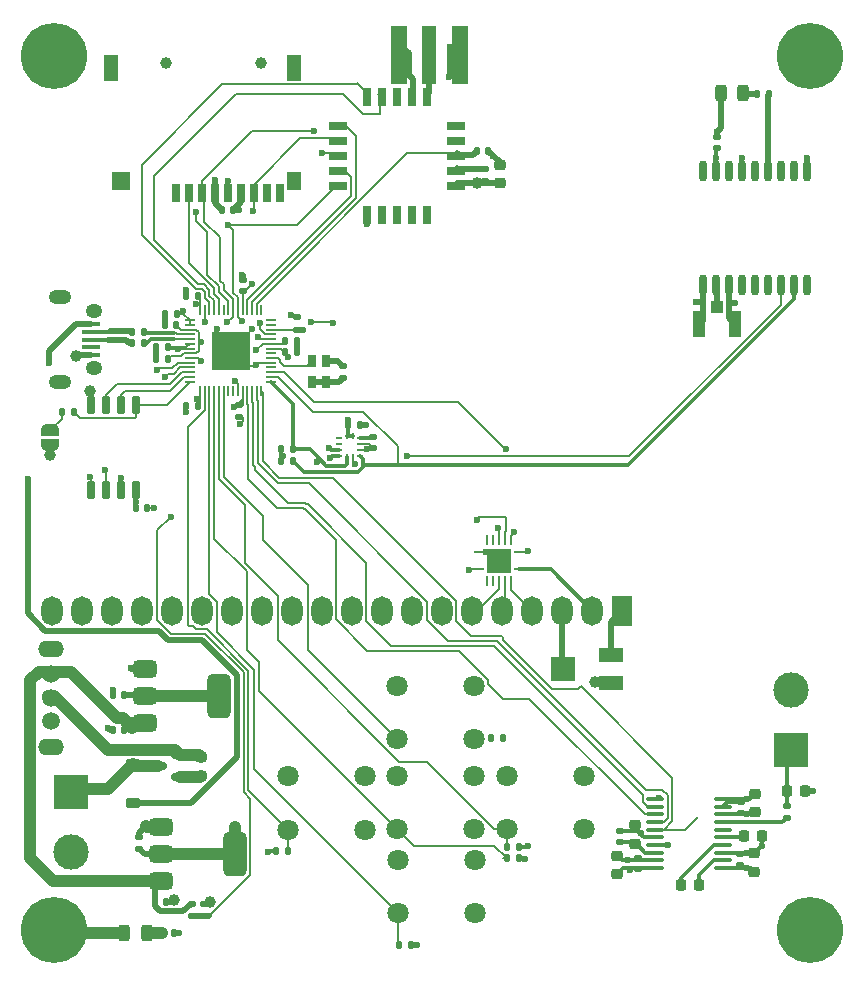
<source format=gbr>
%TF.GenerationSoftware,KiCad,Pcbnew,8.0.0*%
%TF.CreationDate,2024-03-26T22:18:36-07:00*%
%TF.ProjectId,recivier,72656369-7669-4657-922e-6b696361645f,rev?*%
%TF.SameCoordinates,Original*%
%TF.FileFunction,Copper,L1,Top*%
%TF.FilePolarity,Positive*%
%FSLAX46Y46*%
G04 Gerber Fmt 4.6, Leading zero omitted, Abs format (unit mm)*
G04 Created by KiCad (PCBNEW 8.0.0) date 2024-03-26 22:18:36*
%MOMM*%
%LPD*%
G01*
G04 APERTURE LIST*
G04 Aperture macros list*
%AMRoundRect*
0 Rectangle with rounded corners*
0 $1 Rounding radius*
0 $2 $3 $4 $5 $6 $7 $8 $9 X,Y pos of 4 corners*
0 Add a 4 corners polygon primitive as box body*
4,1,4,$2,$3,$4,$5,$6,$7,$8,$9,$2,$3,0*
0 Add four circle primitives for the rounded corners*
1,1,$1+$1,$2,$3*
1,1,$1+$1,$4,$5*
1,1,$1+$1,$6,$7*
1,1,$1+$1,$8,$9*
0 Add four rect primitives between the rounded corners*
20,1,$1+$1,$2,$3,$4,$5,0*
20,1,$1+$1,$4,$5,$6,$7,0*
20,1,$1+$1,$6,$7,$8,$9,0*
20,1,$1+$1,$8,$9,$2,$3,0*%
%AMFreePoly0*
4,1,19,0.500000,-0.750000,0.000000,-0.750000,0.000000,-0.744911,-0.071157,-0.744911,-0.207708,-0.704816,-0.327430,-0.627875,-0.420627,-0.520320,-0.479746,-0.390866,-0.500000,-0.250000,-0.500000,0.250000,-0.479746,0.390866,-0.420627,0.520320,-0.327430,0.627875,-0.207708,0.704816,-0.071157,0.744911,0.000000,0.744911,0.000000,0.750000,0.500000,0.750000,0.500000,-0.750000,0.500000,-0.750000,
$1*%
%AMFreePoly1*
4,1,19,0.000000,0.744911,0.071157,0.744911,0.207708,0.704816,0.327430,0.627875,0.420627,0.520320,0.479746,0.390866,0.500000,0.250000,0.500000,-0.250000,0.479746,-0.390866,0.420627,-0.520320,0.327430,-0.627875,0.207708,-0.704816,0.071157,-0.744911,0.000000,-0.744911,0.000000,-0.750000,-0.500000,-0.750000,-0.500000,0.750000,0.000000,0.750000,0.000000,0.744911,0.000000,0.744911,
$1*%
G04 Aperture macros list end*
%TA.AperFunction,SMDPad,CuDef*%
%ADD10RoundRect,0.135000X0.135000X0.185000X-0.135000X0.185000X-0.135000X-0.185000X0.135000X-0.185000X0*%
%TD*%
%TA.AperFunction,SMDPad,CuDef*%
%ADD11RoundRect,0.050000X0.050000X-0.387500X0.050000X0.387500X-0.050000X0.387500X-0.050000X-0.387500X0*%
%TD*%
%TA.AperFunction,SMDPad,CuDef*%
%ADD12RoundRect,0.050000X0.387500X-0.050000X0.387500X0.050000X-0.387500X0.050000X-0.387500X-0.050000X0*%
%TD*%
%TA.AperFunction,HeatsinkPad*%
%ADD13R,3.200000X3.200000*%
%TD*%
%TA.AperFunction,SMDPad,CuDef*%
%ADD14RoundRect,0.140000X-0.140000X-0.170000X0.140000X-0.170000X0.140000X0.170000X-0.140000X0.170000X0*%
%TD*%
%TA.AperFunction,ComponentPad*%
%ADD15C,1.800000*%
%TD*%
%TA.AperFunction,SMDPad,CuDef*%
%ADD16RoundRect,0.140000X0.170000X-0.140000X0.170000X0.140000X-0.170000X0.140000X-0.170000X-0.140000X0*%
%TD*%
%TA.AperFunction,SMDPad,CuDef*%
%ADD17RoundRect,0.100000X0.637500X0.100000X-0.637500X0.100000X-0.637500X-0.100000X0.637500X-0.100000X0*%
%TD*%
%TA.AperFunction,SMDPad,CuDef*%
%ADD18RoundRect,0.135000X-0.135000X-0.185000X0.135000X-0.185000X0.135000X0.185000X-0.135000X0.185000X0*%
%TD*%
%TA.AperFunction,SMDPad,CuDef*%
%ADD19RoundRect,0.225000X-0.225000X-0.250000X0.225000X-0.250000X0.225000X0.250000X-0.225000X0.250000X0*%
%TD*%
%TA.AperFunction,SMDPad,CuDef*%
%ADD20RoundRect,0.140000X0.140000X0.170000X-0.140000X0.170000X-0.140000X-0.170000X0.140000X-0.170000X0*%
%TD*%
%TA.AperFunction,ComponentPad*%
%ADD21C,5.600000*%
%TD*%
%TA.AperFunction,SMDPad,CuDef*%
%ADD22RoundRect,0.135000X-0.185000X0.135000X-0.185000X-0.135000X0.185000X-0.135000X0.185000X0.135000X0*%
%TD*%
%TA.AperFunction,SMDPad,CuDef*%
%ADD23RoundRect,0.225000X0.225000X0.250000X-0.225000X0.250000X-0.225000X-0.250000X0.225000X-0.250000X0*%
%TD*%
%TA.AperFunction,SMDPad,CuDef*%
%ADD24RoundRect,0.225000X0.250000X-0.225000X0.250000X0.225000X-0.250000X0.225000X-0.250000X-0.225000X0*%
%TD*%
%TA.AperFunction,ComponentPad*%
%ADD25R,3.000000X3.000000*%
%TD*%
%TA.AperFunction,ComponentPad*%
%ADD26C,3.000000*%
%TD*%
%TA.AperFunction,SMDPad,CuDef*%
%ADD27RoundRect,0.225000X-0.375000X0.225000X-0.375000X-0.225000X0.375000X-0.225000X0.375000X0.225000X0*%
%TD*%
%TA.AperFunction,SMDPad,CuDef*%
%ADD28RoundRect,0.140000X-0.170000X0.140000X-0.170000X-0.140000X0.170000X-0.140000X0.170000X0.140000X0*%
%TD*%
%TA.AperFunction,SMDPad,CuDef*%
%ADD29R,1.500000X0.800000*%
%TD*%
%TA.AperFunction,SMDPad,CuDef*%
%ADD30R,0.800000X1.500000*%
%TD*%
%TA.AperFunction,SMDPad,CuDef*%
%ADD31RoundRect,0.150000X0.587500X0.150000X-0.587500X0.150000X-0.587500X-0.150000X0.587500X-0.150000X0*%
%TD*%
%TA.AperFunction,SMDPad,CuDef*%
%ADD32R,0.500000X0.280000*%
%TD*%
%TA.AperFunction,SMDPad,CuDef*%
%ADD33R,0.280000X0.500000*%
%TD*%
%TA.AperFunction,SMDPad,CuDef*%
%ADD34RoundRect,0.225000X-0.250000X0.225000X-0.250000X-0.225000X0.250000X-0.225000X0.250000X0.225000X0*%
%TD*%
%TA.AperFunction,SMDPad,CuDef*%
%ADD35O,0.700000X1.770000*%
%TD*%
%TA.AperFunction,SMDPad,CuDef*%
%ADD36RoundRect,0.135000X0.185000X-0.135000X0.185000X0.135000X-0.185000X0.135000X-0.185000X-0.135000X0*%
%TD*%
%TA.AperFunction,ComponentPad*%
%ADD37C,1.000000*%
%TD*%
%TA.AperFunction,SMDPad,CuDef*%
%ADD38R,0.700000X1.600000*%
%TD*%
%TA.AperFunction,SMDPad,CuDef*%
%ADD39R,1.200000X1.500000*%
%TD*%
%TA.AperFunction,SMDPad,CuDef*%
%ADD40R,1.200000X2.200000*%
%TD*%
%TA.AperFunction,SMDPad,CuDef*%
%ADD41R,1.600000X1.500000*%
%TD*%
%TA.AperFunction,ComponentPad*%
%ADD42R,1.800000X2.500000*%
%TD*%
%TA.AperFunction,ComponentPad*%
%ADD43O,1.800000X2.500000*%
%TD*%
%TA.AperFunction,SMDPad,CuDef*%
%ADD44RoundRect,0.150000X-0.150000X0.650000X-0.150000X-0.650000X0.150000X-0.650000X0.150000X0.650000X0*%
%TD*%
%TA.AperFunction,SMDPad,CuDef*%
%ADD45R,2.000000X1.300000*%
%TD*%
%TA.AperFunction,SMDPad,CuDef*%
%ADD46R,2.000000X2.000000*%
%TD*%
%TA.AperFunction,SMDPad,CuDef*%
%ADD47FreePoly0,90.000000*%
%TD*%
%TA.AperFunction,SMDPad,CuDef*%
%ADD48FreePoly1,90.000000*%
%TD*%
%TA.AperFunction,SMDPad,CuDef*%
%ADD49R,0.850000X0.280000*%
%TD*%
%TA.AperFunction,SMDPad,CuDef*%
%ADD50R,0.280000X0.850000*%
%TD*%
%TA.AperFunction,SMDPad,CuDef*%
%ADD51R,2.050000X2.050000*%
%TD*%
%TA.AperFunction,SMDPad,CuDef*%
%ADD52R,1.200000X5.000000*%
%TD*%
%TA.AperFunction,SMDPad,CuDef*%
%ADD53R,1.400000X5.000000*%
%TD*%
%TA.AperFunction,SMDPad,CuDef*%
%ADD54RoundRect,0.243750X-0.243750X-0.456250X0.243750X-0.456250X0.243750X0.456250X-0.243750X0.456250X0*%
%TD*%
%TA.AperFunction,SMDPad,CuDef*%
%ADD55RoundRect,0.375000X-0.625000X-0.375000X0.625000X-0.375000X0.625000X0.375000X-0.625000X0.375000X0*%
%TD*%
%TA.AperFunction,SMDPad,CuDef*%
%ADD56RoundRect,0.500000X-0.500000X-1.400000X0.500000X-1.400000X0.500000X1.400000X-0.500000X1.400000X0*%
%TD*%
%TA.AperFunction,SMDPad,CuDef*%
%ADD57R,1.600000X0.400000*%
%TD*%
%TA.AperFunction,ComponentPad*%
%ADD58O,1.400000X1.200000*%
%TD*%
%TA.AperFunction,ComponentPad*%
%ADD59O,1.900000X1.200000*%
%TD*%
%TA.AperFunction,SMDPad,CuDef*%
%ADD60R,0.800000X1.000000*%
%TD*%
%TA.AperFunction,ComponentPad*%
%ADD61C,1.520000*%
%TD*%
%TA.AperFunction,ComponentPad*%
%ADD62O,2.200000X1.400000*%
%TD*%
%TA.AperFunction,SMDPad,CuDef*%
%ADD63R,1.000000X1.050000*%
%TD*%
%TA.AperFunction,SMDPad,CuDef*%
%ADD64R,1.050000X2.200000*%
%TD*%
%TA.AperFunction,ViaPad*%
%ADD65C,0.600000*%
%TD*%
%TA.AperFunction,ViaPad*%
%ADD66C,1.000000*%
%TD*%
%TA.AperFunction,Conductor*%
%ADD67C,0.500000*%
%TD*%
%TA.AperFunction,Conductor*%
%ADD68C,0.200000*%
%TD*%
%TA.AperFunction,Conductor*%
%ADD69C,0.300000*%
%TD*%
%TA.AperFunction,Conductor*%
%ADD70C,1.000000*%
%TD*%
G04 APERTURE END LIST*
D10*
%TO.P,R7,1*%
%TO.N,/PPS*%
X63546800Y73793000D03*
%TO.P,R7,2*%
%TO.N,Net-(D1-A)*%
X62526800Y73793000D03*
%TD*%
D11*
%TO.P,U3,1,IOVDD*%
%TO.N,+3.3VA*%
X15392000Y48628700D03*
%TO.P,U3,2,GPIO0*%
%TO.N,/BUTTON2*%
X15792000Y48628700D03*
%TO.P,U3,3,GPIO1*%
%TO.N,/BUTTON5*%
X16192000Y48628700D03*
%TO.P,U3,4,GPIO2*%
%TO.N,/BUTTON3*%
X16592000Y48628700D03*
%TO.P,U3,5,GPIO3*%
%TO.N,/BUTTON4*%
X16992000Y48628700D03*
%TO.P,U3,6,GPIO4*%
%TO.N,/BUTTON1*%
X17392000Y48628700D03*
%TO.P,U3,7,GPIO5*%
%TO.N,unconnected-(U3-GPIO5-Pad7)*%
X17792000Y48628700D03*
%TO.P,U3,8,GPIO6*%
%TO.N,unconnected-(U3-GPIO6-Pad8)*%
X18192000Y48628700D03*
%TO.P,U3,9,GPIO7*%
%TO.N,unconnected-(U3-GPIO7-Pad9)*%
X18592000Y48628700D03*
%TO.P,U3,10,IOVDD*%
%TO.N,+3.3VA*%
X18992000Y48628700D03*
%TO.P,U3,11,GPIO8*%
%TO.N,/BCK*%
X19392000Y48628700D03*
%TO.P,U3,12,GPIO9*%
%TO.N,/SCK*%
X19792000Y48628700D03*
%TO.P,U3,13,GPIO10*%
%TO.N,/DIN*%
X20192000Y48628700D03*
%TO.P,U3,14,GPIO11*%
%TO.N,/LRCK*%
X20592000Y48628700D03*
D12*
%TO.P,U3,15,GPIO12*%
%TO.N,/SDA*%
X21429500Y49466200D03*
%TO.P,U3,16,GPIO13*%
%TO.N,/SCL*%
X21429500Y49866200D03*
%TO.P,U3,17,GPIO14*%
%TO.N,/LCD CS*%
X21429500Y50266200D03*
%TO.P,U3,18,GPIO15*%
%TO.N,unconnected-(U3-GPIO15-Pad18)*%
X21429500Y50666200D03*
%TO.P,U3,19,TESTEN*%
%TO.N,GND*%
X21429500Y51066200D03*
%TO.P,U3,20,XIN*%
%TO.N,/XIN*%
X21429500Y51466200D03*
%TO.P,U3,21,XOUT*%
%TO.N,unconnected-(U3-XOUT-Pad21)*%
X21429500Y51866200D03*
%TO.P,U3,22,IOVDD*%
%TO.N,+3.3VA*%
X21429500Y52266200D03*
%TO.P,U3,23,DVDD*%
%TO.N,+1V1*%
X21429500Y52666200D03*
%TO.P,U3,24,SWCLK*%
%TO.N,/SWCLK*%
X21429500Y53066200D03*
%TO.P,U3,25,SWD*%
%TO.N,/SWD*%
X21429500Y53466200D03*
%TO.P,U3,26,RUN*%
%TO.N,/RUN*%
X21429500Y53866200D03*
%TO.P,U3,27,GPIO16*%
%TO.N,unconnected-(U3-GPIO16-Pad27)*%
X21429500Y54266200D03*
%TO.P,U3,28,GPIO17*%
%TO.N,unconnected-(U3-GPIO17-Pad28)*%
X21429500Y54666200D03*
D11*
%TO.P,U3,29,GPIO18*%
%TO.N,unconnected-(U3-GPIO18-Pad29)*%
X20592000Y55503700D03*
%TO.P,U3,30,GPIO19*%
%TO.N,/SX RST*%
X20192000Y55503700D03*
%TO.P,U3,31,GPIO20*%
%TO.N,/BUSY*%
X19792000Y55503700D03*
%TO.P,U3,32,GPIO21*%
%TO.N,/SX CS*%
X19392000Y55503700D03*
%TO.P,U3,33,IOVDD*%
%TO.N,+3.3VA*%
X18992000Y55503700D03*
%TO.P,U3,34,GPIO22*%
%TO.N,/SCLK*%
X18592000Y55503700D03*
%TO.P,U3,35,GPIO23*%
%TO.N,/MOSI*%
X18192000Y55503700D03*
%TO.P,U3,36,GPIO24*%
%TO.N,/MISO*%
X17792000Y55503700D03*
%TO.P,U3,37,GPIO25*%
%TO.N,unconnected-(U3-GPIO25-Pad37)*%
X17392000Y55503700D03*
%TO.P,U3,38,GPIO26_ADC0*%
%TO.N,/SD_CS*%
X16992000Y55503700D03*
%TO.P,U3,39,GPIO27_ADC1*%
%TO.N,/TXEN*%
X16592000Y55503700D03*
%TO.P,U3,40,GPIO28_ADC2*%
%TO.N,/RXEN*%
X16192000Y55503700D03*
%TO.P,U3,41,GPIO29_ADC3*%
%TO.N,/BATT SENSE*%
X15792000Y55503700D03*
%TO.P,U3,42,IOVDD*%
%TO.N,+3.3VA*%
X15392000Y55503700D03*
D12*
%TO.P,U3,43,ADC_AVDD*%
X14554500Y54666200D03*
%TO.P,U3,44,VREG_IN*%
X14554500Y54266200D03*
%TO.P,U3,45,VREG_VOUT*%
%TO.N,+1V1*%
X14554500Y53866200D03*
%TO.P,U3,46,USB_DM*%
%TO.N,/RP USB_D-*%
X14554500Y53466200D03*
%TO.P,U3,47,USB_DP*%
%TO.N,/RP USB_D+*%
X14554500Y53066200D03*
%TO.P,U3,48,USB_VDD*%
%TO.N,+3.3VA*%
X14554500Y52666200D03*
%TO.P,U3,49,IOVDD*%
X14554500Y52266200D03*
%TO.P,U3,50,DVDD*%
%TO.N,+1V1*%
X14554500Y51866200D03*
%TO.P,U3,51,QSPI_SD3*%
%TO.N,/QSPI_SD3*%
X14554500Y51466200D03*
%TO.P,U3,52,QSPI_SCLK*%
%TO.N,/QSPI_SCLK*%
X14554500Y51066200D03*
%TO.P,U3,53,QSPI_SD0*%
%TO.N,/QSPI_SDO*%
X14554500Y50666200D03*
%TO.P,U3,54,QSPI_SD2*%
%TO.N,/QSPI_SD2*%
X14554500Y50266200D03*
%TO.P,U3,55,QSPI_SD1*%
%TO.N,/QSPI_SD1*%
X14554500Y49866200D03*
%TO.P,U3,56,QSPI_SS*%
%TO.N,/QSPI_SS*%
X14554500Y49466200D03*
D13*
%TO.P,U3,57,GND*%
%TO.N,GND*%
X17992000Y52066200D03*
%TD*%
D14*
%TO.P,C37,1*%
%TO.N,+BATT*%
X11555600Y5365400D03*
%TO.P,C37,2*%
%TO.N,GND*%
X12515600Y5365400D03*
%TD*%
D15*
%TO.P,SW2,1,1*%
%TO.N,unconnected-(SW2-Pad1)*%
X22833000Y16037600D03*
%TO.P,SW2,2,2*%
%TO.N,+3.3VA*%
X29333000Y16037600D03*
%TO.P,SW2,3,3*%
%TO.N,/BUTTON2*%
X22833000Y11537600D03*
%TO.P,SW2,4,4*%
%TO.N,unconnected-(SW2-Pad4)*%
X29333000Y11537600D03*
%TD*%
%TO.P,SW3,1,1*%
%TO.N,+3.3VA*%
X32077400Y16073600D03*
%TO.P,SW3,2,2*%
%TO.N,unconnected-(SW3-Pad2)*%
X38577400Y16073600D03*
%TO.P,SW3,3,3*%
%TO.N,/BUTTON3*%
X32077400Y11573600D03*
%TO.P,SW3,4,4*%
%TO.N,unconnected-(SW3-Pad4)*%
X38577400Y11573600D03*
%TD*%
D16*
%TO.P,C24,1*%
%TO.N,+3.3VA*%
X61167200Y12904000D03*
%TO.P,C24,2*%
%TO.N,GND*%
X61167200Y13864000D03*
%TD*%
D17*
%TO.P,U5,1,CPVDD*%
%TO.N,+3.3VA*%
X59668600Y8282400D03*
%TO.P,U5,2,CAPP*%
%TO.N,Net-(U5-CAPP)*%
X59668600Y8932400D03*
%TO.P,U5,3,CPGND*%
%TO.N,GND*%
X59668600Y9582400D03*
%TO.P,U5,4,CAPM*%
%TO.N,Net-(U5-CAPM)*%
X59668600Y10232400D03*
%TO.P,U5,5,VNEG*%
%TO.N,Net-(U5-VNEG)*%
X59668600Y10882400D03*
%TO.P,U5,6,OUTL*%
%TO.N,unconnected-(U5-OUTL-Pad6)*%
X59668600Y11532400D03*
%TO.P,U5,7,OUTR*%
%TO.N,Net-(U5-OUTR)*%
X59668600Y12182400D03*
%TO.P,U5,8,AVDD*%
%TO.N,+3.3VA*%
X59668600Y12832400D03*
%TO.P,U5,9,AGND*%
%TO.N,GND*%
X59668600Y13482400D03*
%TO.P,U5,10,DEMP*%
X59668600Y14132400D03*
%TO.P,U5,11,FLT*%
X53943600Y14132400D03*
%TO.P,U5,12,SCK*%
%TO.N,/SCK*%
X53943600Y13482400D03*
%TO.P,U5,13,BCK*%
%TO.N,/BCK*%
X53943600Y12832400D03*
%TO.P,U5,14,DIN*%
%TO.N,/DIN*%
X53943600Y12182400D03*
%TO.P,U5,15,LRCK*%
%TO.N,/LRCK*%
X53943600Y11532400D03*
%TO.P,U5,16,FMT*%
%TO.N,GND*%
X53943600Y10882400D03*
%TO.P,U5,17,XSMT*%
%TO.N,+3.3VA*%
X53943600Y10232400D03*
%TO.P,U5,18,LDOO*%
%TO.N,Net-(U5-LDOO)*%
X53943600Y9582400D03*
%TO.P,U5,19,DGND*%
%TO.N,GND*%
X53943600Y8932400D03*
%TO.P,U5,20,DVDD*%
%TO.N,+3.3VA*%
X53943600Y8282400D03*
%TD*%
D10*
%TO.P,R1,1*%
%TO.N,/QSPI_SS*%
X4699000Y46919800D03*
%TO.P,R1,2*%
%TO.N,/BOOTSEL*%
X3679000Y46919800D03*
%TD*%
D18*
%TO.P,R10,1*%
%TO.N,/BUTTON5*%
X32216000Y1757400D03*
%TO.P,R10,2*%
%TO.N,GND*%
X33236000Y1757400D03*
%TD*%
D19*
%TO.P,C30,1*%
%TO.N,/AUDIOOUT*%
X65083200Y14763400D03*
%TO.P,C30,2*%
%TO.N,GND*%
X66633200Y14763400D03*
%TD*%
D18*
%TO.P,R8,1*%
%TO.N,/BUTTON4*%
X41421400Y10089800D03*
%TO.P,R8,2*%
%TO.N,GND*%
X42441400Y10089800D03*
%TD*%
D20*
%TO.P,C9,1*%
%TO.N,+3.3VA*%
X12642600Y52355400D03*
%TO.P,C9,2*%
%TO.N,GND*%
X11682600Y52355400D03*
%TD*%
D21*
%TO.P,H1,1,1*%
%TO.N,GND*%
X3000000Y77000000D03*
%TD*%
D22*
%TO.P,R17,1*%
%TO.N,+BATT*%
X14753400Y5213000D03*
%TO.P,R17,2*%
%TO.N,/BATT SENSE*%
X14753400Y4193000D03*
%TD*%
D23*
%TO.P,C20,1*%
%TO.N,Net-(U5-CAPP)*%
X57675000Y6884200D03*
%TO.P,C20,2*%
%TO.N,Net-(U5-CAPM)*%
X56125000Y6884200D03*
%TD*%
D24*
%TO.P,C22,1*%
%TO.N,Net-(U5-LDOO)*%
X52218400Y10343200D03*
%TO.P,C22,2*%
%TO.N,GND*%
X52218400Y11893200D03*
%TD*%
%TO.P,C25,1*%
%TO.N,+3.3VA*%
X62386400Y13018000D03*
%TO.P,C25,2*%
%TO.N,GND*%
X62386400Y14568000D03*
%TD*%
D16*
%TO.P,C10,1*%
%TO.N,+3.3VA*%
X18995200Y57130600D03*
%TO.P,C10,2*%
%TO.N,GND*%
X18995200Y58090600D03*
%TD*%
D20*
%TO.P,C34,1*%
%TO.N,+BATT*%
X8985000Y19945000D03*
%TO.P,C34,2*%
%TO.N,GND*%
X8025000Y19945000D03*
%TD*%
D22*
%TO.P,R16,1*%
%TO.N,GND*%
X15718600Y5215000D03*
%TO.P,R16,2*%
%TO.N,/BATT SENSE*%
X15718600Y4195000D03*
%TD*%
D25*
%TO.P,J5,1,Pin_1*%
%TO.N,Net-(D3-K)*%
X4491800Y14738000D03*
D26*
%TO.P,J5,2,Pin_2*%
%TO.N,GND*%
X4491800Y9658000D03*
%TD*%
D10*
%TO.P,R3,1*%
%TO.N,/RP USB_D-*%
X10615200Y53676200D03*
%TO.P,R3,2*%
%TO.N,/USB_D-*%
X9595200Y53676200D03*
%TD*%
D27*
%TO.P,D3,1,K*%
%TO.N,Net-(D3-K)*%
X9702700Y17102100D03*
%TO.P,D3,2,A*%
%TO.N,VBUS*%
X9702700Y13802100D03*
%TD*%
D18*
%TO.P,R2,1*%
%TO.N,/USB_D+*%
X9595200Y52711000D03*
%TO.P,R2,2*%
%TO.N,/RP USB_D+*%
X10615200Y52711000D03*
%TD*%
D28*
%TO.P,C33,1*%
%TO.N,Net-(U7-C1)*%
X30039900Y44809000D03*
%TO.P,C33,2*%
%TO.N,GND*%
X30039900Y43849000D03*
%TD*%
D10*
%TO.P,R11,1*%
%TO.N,/BUTTON2*%
X22859000Y9734200D03*
%TO.P,R11,2*%
%TO.N,GND*%
X21839000Y9734200D03*
%TD*%
D16*
%TO.P,C38,1*%
%TO.N,+5V*%
X10257600Y9914600D03*
%TO.P,C38,2*%
%TO.N,GND*%
X10257600Y10874600D03*
%TD*%
D22*
%TO.P,R4,1*%
%TO.N,+3.3VA*%
X23594600Y54897400D03*
%TO.P,R4,2*%
%TO.N,/RUN*%
X23594600Y53877400D03*
%TD*%
D29*
%TO.P,U1,1,VCC*%
%TO.N,+3.3VA*%
X37101600Y66024400D03*
%TO.P,U1,2,GND*%
%TO.N,GND*%
X37101600Y67294400D03*
%TO.P,U1,3,NRST*%
%TO.N,/SX RST*%
X37101600Y68564400D03*
%TO.P,U1,4,NC*%
%TO.N,unconnected-(U1-NC-Pad4)*%
X37101600Y69834400D03*
%TO.P,U1,5,NC*%
%TO.N,unconnected-(U1-NC-Pad5)*%
X37101600Y71104400D03*
D30*
%TO.P,U1,6,ANT*%
%TO.N,Net-(AE1-A)*%
X34641600Y73564400D03*
%TO.P,U1,7,GND*%
%TO.N,GND*%
X33371600Y73564400D03*
%TO.P,U1,8,NC*%
%TO.N,unconnected-(U1-NC-Pad8)*%
X32101600Y73564400D03*
%TO.P,U1,9,TXEN*%
%TO.N,/TXEN*%
X30831600Y73564400D03*
%TO.P,U1,10,RXEN*%
%TO.N,/RXEN*%
X29561600Y73564400D03*
D29*
%TO.P,U1,11,BUSY*%
%TO.N,/BUSY*%
X27101600Y71104400D03*
%TO.P,U1,12,MISO*%
%TO.N,/MISO*%
X27101600Y69834400D03*
%TO.P,U1,13,MOSI*%
%TO.N,/MOSI*%
X27101600Y68564400D03*
%TO.P,U1,14,NSS*%
%TO.N,/SX CS*%
X27101600Y67294400D03*
%TO.P,U1,15,SCK*%
%TO.N,/SCLK*%
X27101600Y66024400D03*
D30*
%TO.P,U1,16,GND*%
%TO.N,GND*%
X29561600Y63564400D03*
%TO.P,U1,17,NC*%
%TO.N,unconnected-(U1-NC-Pad17)*%
X30831600Y63564400D03*
%TO.P,U1,18,DIO3*%
%TO.N,unconnected-(U1-DIO3-Pad18)*%
X32101600Y63564400D03*
%TO.P,U1,19,DIO2*%
%TO.N,unconnected-(U1-DIO2-Pad19)*%
X33371600Y63564400D03*
%TO.P,U1,20,DIO1*%
%TO.N,unconnected-(U1-DIO1-Pad20)*%
X34641600Y63564400D03*
%TD*%
D21*
%TO.P,H4,1,1*%
%TO.N,GND*%
X67000000Y3000000D03*
%TD*%
D16*
%TO.P,C2,1*%
%TO.N,+3.3VA*%
X39490400Y66480400D03*
%TO.P,C2,2*%
%TO.N,GND*%
X39490400Y67440400D03*
%TD*%
D18*
%TO.P,R12,1*%
%TO.N,/BUTTON3*%
X41345200Y9099200D03*
%TO.P,R12,2*%
%TO.N,GND*%
X42365200Y9099200D03*
%TD*%
D31*
%TO.P,Q1,1,G*%
%TO.N,GND*%
X13712000Y15957200D03*
%TO.P,Q1,2,S*%
%TO.N,Net-(Q1-S)*%
X13712000Y17857200D03*
%TO.P,Q1,3,D*%
%TO.N,Net-(D3-K)*%
X11837000Y16907200D03*
%TD*%
D32*
%TO.P,U7,1,SCL/SPC*%
%TO.N,/SCL*%
X28938700Y43198000D03*
%TO.P,U7,2,Res*%
%TO.N,GND*%
X28938700Y43698000D03*
%TO.P,U7,3,GND*%
X28938700Y44198000D03*
%TO.P,U7,4,C1*%
%TO.N,Net-(U7-C1)*%
X28938700Y44698000D03*
D33*
%TO.P,U7,5,Vdd*%
%TO.N,+3.3VA*%
X28308700Y44828000D03*
%TO.P,U7,6,Vdd_IO*%
X27808700Y44828000D03*
D32*
%TO.P,U7,7,INT*%
%TO.N,unconnected-(U7-INT-Pad7)*%
X27178700Y44698000D03*
%TO.P,U7,8,DRDY*%
%TO.N,unconnected-(U7-DRDY-Pad8)*%
X27178700Y44198000D03*
%TO.P,U7,9,SD0/SA1*%
%TO.N,GND*%
X27178700Y43698000D03*
%TO.P,U7,10,CS*%
%TO.N,+3.3VA*%
X27178700Y43198000D03*
D33*
%TO.P,U7,11,SDA/SDI/SDO*%
%TO.N,/SDA*%
X27808700Y43068000D03*
%TO.P,U7,12,Res*%
%TO.N,GND*%
X28308700Y43068000D03*
%TD*%
D20*
%TO.P,C14,1*%
%TO.N,+3.3VA*%
X15203900Y47440200D03*
%TO.P,C14,2*%
%TO.N,GND*%
X14243900Y47440200D03*
%TD*%
D28*
%TO.P,C12,1*%
%TO.N,+3.3VA*%
X18715800Y47450600D03*
%TO.P,C12,2*%
%TO.N,GND*%
X18715800Y46490600D03*
%TD*%
D25*
%TO.P,J4,1,Pin_1*%
%TO.N,/AUDIOOUT*%
X65451800Y18243200D03*
D26*
%TO.P,J4,2,Pin_2*%
%TO.N,GND*%
X65451800Y23323200D03*
%TD*%
D16*
%TO.P,C23,1*%
%TO.N,Net-(U5-LDOO)*%
X50973800Y10470800D03*
%TO.P,C23,2*%
%TO.N,GND*%
X50973800Y11430800D03*
%TD*%
D34*
%TO.P,C35,1*%
%TO.N,Net-(Q1-S)*%
X15490000Y17646600D03*
%TO.P,C35,2*%
%TO.N,GND*%
X15490000Y16096600D03*
%TD*%
D20*
%TO.P,C36,1*%
%TO.N,+3.3VA*%
X8957000Y22916800D03*
%TO.P,C36,2*%
%TO.N,GND*%
X7997000Y22916800D03*
%TD*%
D14*
%TO.P,C32,1*%
%TO.N,+3.3VA*%
X27964000Y45751400D03*
%TO.P,C32,2*%
%TO.N,GND*%
X28924000Y45751400D03*
%TD*%
D20*
%TO.P,C8,1*%
%TO.N,+1V1*%
X13381800Y54260400D03*
%TO.P,C8,2*%
%TO.N,GND*%
X12421800Y54260400D03*
%TD*%
D35*
%TO.P,U6,1,GND*%
%TO.N,GND*%
X66753000Y67274600D03*
%TO.P,U6,2,TXD*%
%TO.N,unconnected-(U6-TXD-Pad2)*%
X65653000Y67274600D03*
%TO.P,U6,3,RXD*%
%TO.N,unconnected-(U6-RXD-Pad3)*%
X64553000Y67274600D03*
%TO.P,U6,4,1PPS*%
%TO.N,/PPS*%
X63453000Y67274600D03*
%TO.P,U6,5,ON/OFF*%
%TO.N,unconnected-(U6-ON{slash}OFF-Pad5)*%
X62353000Y67274600D03*
%TO.P,U6,6,VBAT*%
%TO.N,+3.3VA*%
X61253000Y67274600D03*
%TO.P,U6,7,NC*%
%TO.N,unconnected-(U6-NC-Pad7)*%
X60153000Y67274600D03*
%TO.P,U6,8,VCC*%
%TO.N,+3.3VA*%
X59053000Y67274600D03*
%TO.P,U6,9,NRESET*%
%TO.N,unconnected-(U6-NRESET-Pad9)*%
X57953000Y67274600D03*
%TO.P,U6,10,GND*%
%TO.N,GND*%
X57953000Y57654600D03*
%TO.P,U6,11,RF_IN*%
%TO.N,/ANT*%
X59053000Y57654600D03*
%TO.P,U6,12,GND*%
%TO.N,GND*%
X60153000Y57654600D03*
%TO.P,U6,13,NC*%
%TO.N,unconnected-(U6-NC-Pad13)*%
X61253000Y57654600D03*
%TO.P,U6,14,VCC_RF*%
%TO.N,unconnected-(U6-VCC_RF-Pad14)*%
X62353000Y57654600D03*
%TO.P,U6,15,Reserved*%
%TO.N,unconnected-(U6-Reserved-Pad15)*%
X63453000Y57654600D03*
%TO.P,U6,16,SDA*%
%TO.N,/SDA*%
X64553000Y57654600D03*
%TO.P,U6,17,SCL*%
%TO.N,/SCL*%
X65653000Y57654600D03*
%TO.P,U6,18,Reserved*%
%TO.N,unconnected-(U6-Reserved-Pad18)*%
X66753000Y57654600D03*
%TD*%
D36*
%TO.P,R9,1*%
%TO.N,Net-(U5-OUTR)*%
X65070800Y12551600D03*
%TO.P,R9,2*%
%TO.N,/AUDIOOUT*%
X65070800Y13571600D03*
%TD*%
D37*
%TO.P,Card1,*%
%TO.N,*%
X20538600Y76452400D03*
X12538600Y76452400D03*
D38*
%TO.P,Card1,1,DAT2*%
%TO.N,unconnected-(Card1-DAT2-Pad1)*%
X13338600Y65452400D03*
%TO.P,Card1,2,CD/DAT3*%
%TO.N,/SD_CS*%
X14438600Y65452400D03*
%TO.P,Card1,3,CMD*%
%TO.N,/MOSI*%
X15538600Y65452400D03*
%TO.P,Card1,4,VDD*%
%TO.N,+3.3VA*%
X16638600Y65452400D03*
%TO.P,Card1,5,CLK*%
%TO.N,/SCLK*%
X17738600Y65452400D03*
%TO.P,Card1,6,VSS*%
%TO.N,GND*%
X18838600Y65452400D03*
%TO.P,Card1,7,DAT0*%
%TO.N,/MISO*%
X19938600Y65452400D03*
%TO.P,Card1,8,DAT1*%
%TO.N,unconnected-(Card1-DAT1-Pad8)*%
X21038600Y65452400D03*
%TO.P,Card1,9,CD*%
%TO.N,unconnected-(Card1-CD-Pad9)*%
X22138600Y65452400D03*
D39*
%TO.P,Card1,10,SHELL*%
%TO.N,unconnected-(Card1-SHELL-Pad10)*%
X23338600Y66452400D03*
D40*
%TO.P,Card1,11,SHELL*%
%TO.N,unconnected-(Card1-SHELL-Pad11)*%
X23338600Y76052400D03*
D41*
%TO.P,Card1,12,SHELL*%
%TO.N,unconnected-(Card1-SHELL-Pad12)*%
X8738600Y66452400D03*
D40*
%TO.P,Card1,13,SHELL*%
%TO.N,unconnected-(Card1-SHELL-Pad13)*%
X7838600Y76052400D03*
%TD*%
D42*
%TO.P,DS1,1,VSS*%
%TO.N,GND*%
X51126200Y30054200D03*
D43*
%TO.P,DS1,2,VDD*%
%TO.N,+5V*%
X48586200Y30054200D03*
%TO.P,DS1,3,VO*%
%TO.N,Net-(DS1-VO)*%
X46046200Y30054200D03*
%TO.P,DS1,4,RS*%
%TO.N,/LCD CS 5V*%
X43506200Y30054200D03*
%TO.P,DS1,5,R/~{W}*%
%TO.N,/MOSI 2 5V*%
X40966200Y30054200D03*
%TO.P,DS1,6,E*%
%TO.N,/SCLK 2 5V*%
X38426200Y30054200D03*
%TO.P,DS1,7,DB0*%
%TO.N,unconnected-(DS1-DB0-Pad7)*%
X35886200Y30054200D03*
%TO.P,DS1,8,DB1*%
%TO.N,unconnected-(DS1-DB1-Pad8)*%
X33346200Y30054200D03*
%TO.P,DS1,9,DB2*%
%TO.N,unconnected-(DS1-DB2-Pad9)*%
X30806200Y30054200D03*
%TO.P,DS1,10,DB3*%
%TO.N,unconnected-(DS1-DB3-Pad10)*%
X28266200Y30054200D03*
%TO.P,DS1,11,DB4*%
%TO.N,unconnected-(DS1-DB4-Pad11)*%
X25726200Y30054200D03*
%TO.P,DS1,12,DB5*%
%TO.N,unconnected-(DS1-DB5-Pad12)*%
X23186200Y30054200D03*
%TO.P,DS1,13,DB6*%
%TO.N,unconnected-(DS1-DB6-Pad13)*%
X20646200Y30054200D03*
%TO.P,DS1,14,DB7*%
%TO.N,unconnected-(DS1-DB7-Pad14)*%
X18106200Y30054200D03*
%TO.P,DS1,15,PSB*%
%TO.N,GND*%
X15566200Y30054200D03*
%TO.P,DS1,16,NC*%
%TO.N,unconnected-(DS1-NC-Pad16)*%
X13026200Y30054200D03*
%TO.P,DS1,17,~{RST}*%
%TO.N,unconnected-(DS1-~{RST}-Pad17)*%
X10486200Y30054200D03*
%TO.P,DS1,18,VOUT*%
%TO.N,GND*%
X7946200Y30054200D03*
%TO.P,DS1,19,BLA*%
%TO.N,+3.3VA*%
X5406200Y30054200D03*
%TO.P,DS1,20,BLK*%
%TO.N,GND*%
X2866200Y30054200D03*
%TD*%
D15*
%TO.P,SW5,1,1*%
%TO.N,+3.3VA*%
X32179000Y8961600D03*
%TO.P,SW5,2,2*%
%TO.N,unconnected-(SW5-Pad2)*%
X38679000Y8961600D03*
%TO.P,SW5,3,3*%
%TO.N,/BUTTON5*%
X32179000Y4461600D03*
%TO.P,SW5,4,4*%
%TO.N,unconnected-(SW5-Pad4)*%
X38679000Y4461600D03*
%TD*%
D44*
%TO.P,U2,1,~{CS}*%
%TO.N,/QSPI_SS*%
X9952800Y47497200D03*
%TO.P,U2,2,DO(IO1)*%
%TO.N,/QSPI_SD1*%
X8682800Y47497200D03*
%TO.P,U2,3,IO2*%
%TO.N,/QSPI_SD2*%
X7412800Y47497200D03*
%TO.P,U2,4,GND*%
%TO.N,GND*%
X6142800Y47497200D03*
%TO.P,U2,5,DI(IO0)*%
%TO.N,/QSPI_SDO*%
X6142800Y40297200D03*
%TO.P,U2,6,CLK*%
%TO.N,/QSPI_SCLK*%
X7412800Y40297200D03*
%TO.P,U2,7,IO3*%
%TO.N,/QSPI_SD3*%
X8682800Y40297200D03*
%TO.P,U2,8,VCC*%
%TO.N,+3.3VA*%
X9952800Y40297200D03*
%TD*%
D16*
%TO.P,C26,1*%
%TO.N,+3.3VA*%
X61141800Y8512400D03*
%TO.P,C26,2*%
%TO.N,GND*%
X61141800Y9472400D03*
%TD*%
D24*
%TO.P,C29,1*%
%TO.N,+3.3VA*%
X50719800Y7765400D03*
%TO.P,C29,2*%
%TO.N,GND*%
X50719800Y9315400D03*
%TD*%
D45*
%TO.P,RV1,1,1*%
%TO.N,GND*%
X50157700Y26298200D03*
D46*
%TO.P,RV1,2,2*%
%TO.N,Net-(DS1-VO)*%
X46157700Y25118200D03*
D45*
%TO.P,RV1,3,3*%
%TO.N,+5V*%
X50157700Y23938200D03*
%TD*%
D47*
%TO.P,J3,1,Pin_1*%
%TO.N,GND*%
X2713800Y44075000D03*
D48*
%TO.P,J3,2,Pin_2*%
%TO.N,/BOOTSEL*%
X2713800Y45375000D03*
%TD*%
D21*
%TO.P,H2,1,1*%
%TO.N,GND*%
X67000000Y77000000D03*
%TD*%
D14*
%TO.P,C6,1*%
%TO.N,+1V1*%
X22627400Y52914200D03*
%TO.P,C6,2*%
%TO.N,GND*%
X23587400Y52914200D03*
%TD*%
D21*
%TO.P,H3,1,1*%
%TO.N,GND*%
X3000000Y3000000D03*
%TD*%
D18*
%TO.P,R5,1*%
%TO.N,+3.3VA*%
X22244400Y43744800D03*
%TO.P,R5,2*%
%TO.N,/SDA*%
X23264400Y43744800D03*
%TD*%
D19*
%TO.P,C21,1*%
%TO.N,Net-(U5-VNEG)*%
X61433600Y10999000D03*
%TO.P,C21,2*%
%TO.N,GND*%
X62983600Y10999000D03*
%TD*%
D49*
%TO.P,U4,1,VCCA*%
%TO.N,+3.3VA*%
X42430600Y35069200D03*
D50*
%TO.P,U4,2,A1*%
%TO.N,/LCD CS*%
X41705600Y36044200D03*
%TO.P,U4,3,A2*%
%TO.N,/MOSI*%
X41205600Y36044200D03*
%TO.P,U4,4,A3*%
%TO.N,/SCLK*%
X40705600Y36044200D03*
%TO.P,U4,5,A4*%
%TO.N,unconnected-(U4-A4-Pad5)*%
X40205600Y36044200D03*
%TO.P,U4,6,NC*%
%TO.N,unconnected-(U4-NC-Pad6)*%
X39705600Y36044200D03*
D49*
%TO.P,U4,7,GND*%
%TO.N,GND*%
X38980600Y35069200D03*
%TO.P,U4,8,OE*%
%TO.N,+3.3VA*%
X38980600Y33569200D03*
D50*
%TO.P,U4,9,NC*%
%TO.N,unconnected-(U4-NC-Pad9)*%
X39705600Y32594200D03*
%TO.P,U4,10,B4*%
%TO.N,unconnected-(U4-B4-Pad10)*%
X40205600Y32594200D03*
%TO.P,U4,11,B3*%
%TO.N,/SCLK 2 5V*%
X40705600Y32594200D03*
%TO.P,U4,12,B2*%
%TO.N,/MOSI 2 5V*%
X41205600Y32594200D03*
%TO.P,U4,13,B1*%
%TO.N,/LCD CS 5V*%
X41705600Y32594200D03*
D49*
%TO.P,U4,14,VCCB*%
%TO.N,+5V*%
X42430600Y33569200D03*
D51*
%TO.P,U4,15,Pad*%
%TO.N,GND*%
X40705600Y34319200D03*
%TD*%
D15*
%TO.P,SW1,1,1*%
%TO.N,+3.3VA*%
X32052000Y23719000D03*
%TO.P,SW1,2,2*%
%TO.N,unconnected-(SW1-Pad2)*%
X38552000Y23719000D03*
%TO.P,SW1,3,3*%
%TO.N,/BUTTON1*%
X32052000Y19219000D03*
%TO.P,SW1,4,4*%
%TO.N,unconnected-(SW1-Pad4)*%
X38552000Y19219000D03*
%TD*%
D52*
%TO.P,AE1,1,A*%
%TO.N,Net-(AE1-A)*%
X34819400Y77145800D03*
D53*
%TO.P,AE1,2,Shield*%
%TO.N,GND*%
X32269400Y77145800D03*
X37369400Y77145800D03*
%TD*%
D24*
%TO.P,C27,1*%
%TO.N,+3.3VA*%
X62335600Y7975800D03*
%TO.P,C27,2*%
%TO.N,GND*%
X62335600Y9525800D03*
%TD*%
D54*
%TO.P,D1,1,K*%
%TO.N,GND*%
X59462300Y73869600D03*
%TO.P,D1,2,A*%
%TO.N,Net-(D1-A)*%
X61337300Y73869600D03*
%TD*%
D14*
%TO.P,C1,1*%
%TO.N,/SX RST*%
X38832600Y69017800D03*
%TO.P,C1,2*%
%TO.N,GND*%
X39792600Y69017800D03*
%TD*%
D20*
%TO.P,C7,1*%
%TO.N,+1V1*%
X12668000Y51390200D03*
%TO.P,C7,2*%
%TO.N,GND*%
X11708000Y51390200D03*
%TD*%
D14*
%TO.P,C31,1*%
%TO.N,+3.3VA*%
X17245200Y64014000D03*
%TO.P,C31,2*%
%TO.N,GND*%
X18205200Y64014000D03*
%TD*%
D55*
%TO.P,U9,1,GND*%
%TO.N,GND*%
X12060600Y11768100D03*
%TO.P,U9,2,VO*%
%TO.N,+5V*%
X12060600Y9468100D03*
D56*
X18360600Y9468100D03*
D55*
%TO.P,U9,3,VI*%
%TO.N,+BATT*%
X12060600Y7168100D03*
%TD*%
D18*
%TO.P,R13,1*%
%TO.N,/BUTTON1*%
X40024400Y19259200D03*
%TO.P,R13,2*%
%TO.N,GND*%
X41044400Y19259200D03*
%TD*%
D57*
%TO.P,J1,1,VBUS*%
%TO.N,VBUS*%
X6154400Y54328200D03*
%TO.P,J1,2,D-*%
%TO.N,/USB_D-*%
X6154400Y53678200D03*
%TO.P,J1,3,D+*%
%TO.N,/USB_D+*%
X6154400Y53028200D03*
%TO.P,J1,4,ID*%
%TO.N,unconnected-(J1-ID-Pad4)*%
X6154400Y52378200D03*
%TO.P,J1,5,GND*%
%TO.N,GND*%
X6164400Y51728200D03*
D58*
%TO.P,J1,6,Shield*%
%TO.N,unconnected-(J1-Shield-Pad6)*%
X6404400Y50608200D03*
%TO.P,J1,7*%
%TO.N,N/C*%
X6404400Y55448200D03*
D59*
%TO.P,J1,8*%
X3504400Y56628200D03*
%TO.P,J1,9*%
X3504400Y49428200D03*
%TD*%
D60*
%TO.P,X1,1,OE/NC*%
%TO.N,+3.3VA*%
X26046800Y49423400D03*
%TO.P,X1,2,GND*%
%TO.N,GND*%
X26046800Y51223400D03*
%TO.P,X1,3,OUT*%
%TO.N,/XIN*%
X24846800Y51223400D03*
%TO.P,X1,4,VDD*%
%TO.N,+3.3VA*%
X24846800Y49423400D03*
%TD*%
D16*
%TO.P,C17,1*%
%TO.N,+3.3VA*%
X59127200Y69223600D03*
%TO.P,C17,2*%
%TO.N,GND*%
X59127200Y70183600D03*
%TD*%
D55*
%TO.P,U8,1,GND*%
%TO.N,GND*%
X10739800Y25166000D03*
%TO.P,U8,2,VO*%
%TO.N,+3.3VA*%
X10739800Y22866000D03*
D56*
X17039800Y22866000D03*
D55*
%TO.P,U8,3,VI*%
%TO.N,+BATT*%
X10739800Y20566000D03*
%TD*%
D16*
%TO.P,C28,1*%
%TO.N,+3.3VA*%
X52472400Y8212800D03*
%TO.P,C28,2*%
%TO.N,GND*%
X52472400Y9172800D03*
%TD*%
D18*
%TO.P,R14,1*%
%TO.N,Net-(D2-A)*%
X12135200Y2774600D03*
%TO.P,R14,2*%
%TO.N,+3.3VA*%
X13155200Y2774600D03*
%TD*%
D14*
%TO.P,C11,1*%
%TO.N,+3.3VA*%
X22604600Y51949000D03*
%TO.P,C11,2*%
%TO.N,GND*%
X23564600Y51949000D03*
%TD*%
D54*
%TO.P,D2,1,K*%
%TO.N,GND*%
X8998500Y2744800D03*
%TO.P,D2,2,A*%
%TO.N,Net-(D2-A)*%
X10873500Y2744800D03*
%TD*%
D15*
%TO.P,SW4,1,1*%
%TO.N,+3.3VA*%
X41372600Y16103200D03*
%TO.P,SW4,2,2*%
%TO.N,unconnected-(SW4-Pad2)*%
X47872600Y16103200D03*
%TO.P,SW4,3,3*%
%TO.N,/BUTTON4*%
X41372600Y11603200D03*
%TO.P,SW4,4,4*%
%TO.N,unconnected-(SW4-Pad4)*%
X47872600Y11603200D03*
%TD*%
D20*
%TO.P,C13,1*%
%TO.N,+3.3VA*%
X13404600Y55225600D03*
%TO.P,C13,2*%
%TO.N,GND*%
X12444600Y55225600D03*
%TD*%
D18*
%TO.P,R6,1*%
%TO.N,+3.3VA*%
X22246400Y42754200D03*
%TO.P,R6,2*%
%TO.N,/SCL*%
X23266400Y42754200D03*
%TD*%
D24*
%TO.P,C3,1*%
%TO.N,+3.3VA*%
X40763000Y66261600D03*
%TO.P,C3,2*%
%TO.N,GND*%
X40763000Y67811600D03*
%TD*%
D61*
%TO.P,SW6,1,A*%
%TO.N,+BATT*%
X2815400Y24698000D03*
%TO.P,SW6,2,B*%
%TO.N,Net-(Q1-S)*%
X2815400Y22698000D03*
%TO.P,SW6,3,C*%
%TO.N,unconnected-(SW6-C-Pad3)*%
X2815400Y20698000D03*
D62*
%TO.P,SW6,4*%
%TO.N,N/C*%
X2815400Y18548000D03*
%TO.P,SW6,5*%
X2815400Y26848000D03*
%TD*%
D20*
%TO.P,C15,1*%
%TO.N,+3.3VA*%
X15203900Y56685800D03*
%TO.P,C15,2*%
%TO.N,GND*%
X14243900Y56685800D03*
%TD*%
D14*
%TO.P,C5,1*%
%TO.N,+3.3VA*%
X9983400Y38741000D03*
%TO.P,C5,2*%
%TO.N,GND*%
X10943400Y38741000D03*
%TD*%
D63*
%TO.P,AE2,1,A*%
%TO.N,/ANT*%
X59178000Y55809800D03*
D64*
%TO.P,AE2,2,Shield*%
%TO.N,GND*%
X57678000Y54309800D03*
X60678000Y54309800D03*
%TD*%
D16*
%TO.P,C4,1*%
%TO.N,+3.3VA*%
X27504200Y49792600D03*
%TO.P,C4,2*%
%TO.N,GND*%
X27504200Y50752600D03*
%TD*%
D65*
%TO.N,GND*%
X61692600Y9525800D03*
X51659600Y8932400D03*
D66*
X10816400Y11842400D03*
D65*
X12421800Y54819200D03*
X33066800Y75444000D03*
X42896600Y9073800D03*
X7997000Y23374000D03*
D66*
X16208917Y5432200D03*
D65*
X36445000Y75215400D03*
D66*
X13205718Y5603400D03*
X6117400Y48672400D03*
D65*
X21155200Y9658000D03*
X29460000Y45776800D03*
X28508700Y42509388D03*
X19777388Y53898855D03*
X7565200Y20122800D03*
X36597400Y77755400D03*
X29506701Y43723845D03*
X18690400Y64014000D03*
X61692600Y14132400D03*
X14194600Y46869000D03*
X20144108Y50852200D03*
X9546400Y25202800D03*
X60651200Y56114600D03*
X11682600Y51923600D03*
D66*
X14651800Y15957200D03*
D65*
X40214300Y68596100D03*
X33792800Y1757400D03*
X38426200Y67440400D03*
D66*
X7235000Y2744800D03*
D65*
X39620000Y35069200D03*
X16858820Y50864420D03*
X54284753Y14216207D03*
X19274600Y50780600D03*
D66*
X4880912Y51662631D03*
D65*
X62983600Y10173800D03*
X52734392Y11247312D03*
X16800400Y53879561D03*
X11502200Y38741000D03*
X23587400Y52355400D03*
X43187700Y10166000D03*
X57425400Y56165400D03*
X36597400Y76409200D03*
X27033400Y51223400D03*
X32762000Y77577600D03*
X59152600Y70618000D03*
X26335800Y43846400D03*
X66772600Y68408200D03*
X18937514Y58520714D03*
X14169200Y57206800D03*
X18817400Y45903800D03*
D66*
X2713800Y43236800D03*
D65*
X67306000Y14763400D03*
X29561600Y62845600D03*
%TO.N,+3.3VA*%
X61692600Y8282400D03*
D66*
X14397800Y22866000D03*
D65*
X22444902Y43154214D03*
X13635800Y2749200D03*
X27961400Y46234000D03*
X26818400Y49423400D03*
X61311600Y68357400D03*
X15058200Y56075800D03*
X51822595Y8098172D03*
X43125200Y35108800D03*
X15159800Y47961200D03*
X54987000Y10191400D03*
X9952800Y39274400D03*
X59053000Y68433600D03*
X22824961Y51547741D03*
D66*
X12492800Y22866000D03*
D65*
X61718000Y12832400D03*
X13991400Y55454200D03*
X26361200Y43008200D03*
X38197600Y33534000D03*
X13508800Y52266200D03*
X19762587Y57713488D03*
X16658400Y66503200D03*
X23084600Y55088200D03*
X25421400Y49423400D03*
D66*
X38807200Y66253000D03*
D65*
X18233201Y47351601D03*
%TO.N,+1V1*%
X15476130Y52848855D03*
X20140945Y52102200D03*
D66*
%TO.N,+5V*%
X48865600Y24009000D03*
X18385600Y11715400D03*
D65*
%TO.N,/MOSI*%
X25065800Y70719600D03*
X17649000Y54489000D03*
X38807200Y37750400D03*
X25751600Y68840000D03*
%TO.N,/MISO*%
X15083600Y63810800D03*
X19884200Y63937800D03*
%TO.N,VBUS*%
X2612200Y51009200D03*
X800000Y41204800D03*
%TO.N,/SWD*%
X24818504Y54502857D03*
X20468400Y54438200D03*
X26666000Y54438200D03*
%TO.N,/SWCLK*%
X20265200Y53219000D03*
%TO.N,/RUN*%
X24151400Y53828600D03*
%TO.N,/SDA*%
X25294400Y42652600D03*
X32889000Y43160600D03*
%TO.N,/QSPI_SD3*%
X15490000Y51237800D03*
X8682800Y41331800D03*
%TO.N,/QSPI_SCLK*%
X11730800Y50450400D03*
X7387400Y42007200D03*
%TO.N,/QSPI_SDO*%
X12391200Y49891600D03*
X6117400Y41357200D03*
%TO.N,/LCD CS*%
X41321800Y43770200D03*
X42007600Y36734400D03*
%TO.N,/BATT SENSE*%
X12899200Y38029800D03*
X15794800Y54514400D03*
%TO.N,/SCLK*%
X17725200Y66452400D03*
X17750600Y62744000D03*
X40639892Y37029317D03*
X18944775Y54566200D03*
%TO.N,unconnected-(U3-GPIO7-Pad9)*%
X18396232Y49544807D03*
%TD*%
D67*
%TO.N,GND*%
X57953000Y57654600D02*
X57953000Y56190800D01*
X60153000Y54834800D02*
X60678000Y54309800D01*
X59462300Y73869600D02*
X59462300Y70927700D01*
D68*
X6142800Y48647000D02*
X6117400Y48672400D01*
D67*
X60153000Y56114600D02*
X60153000Y54834800D01*
D69*
X52425208Y11430800D02*
X50973800Y11430800D01*
D67*
X37344000Y77318300D02*
X36906900Y77755400D01*
X37235000Y67440400D02*
X37152400Y67523000D01*
X10739800Y25166000D02*
X9583200Y25166000D01*
X9583200Y25166000D02*
X9546400Y25202800D01*
D68*
X28308700Y43068000D02*
X28308700Y42709388D01*
D69*
X62983600Y10999000D02*
X62983600Y10173800D01*
D67*
X12421800Y55202800D02*
X12444600Y55225600D01*
X33422400Y75088400D02*
X33066800Y75444000D01*
X32762000Y77577600D02*
X33066800Y77272800D01*
X36597400Y75367800D02*
X36597400Y76409200D01*
D69*
X28924000Y45751400D02*
X29434600Y45751400D01*
D67*
X7997000Y22916800D02*
X7997000Y23374000D01*
X57953000Y56190800D02*
X57953000Y54584800D01*
D69*
X61950800Y14132400D02*
X62386400Y14568000D01*
D68*
X14243900Y47440200D02*
X14243900Y46918300D01*
X19020600Y46488000D02*
X19020600Y46107000D01*
D69*
X53943600Y10882400D02*
X52973608Y10882400D01*
D67*
X18838600Y65452400D02*
X18838600Y64647400D01*
X27033400Y51223400D02*
X27504200Y50752600D01*
D69*
X52827204Y11154500D02*
X52734392Y11247312D01*
D68*
X29485400Y43698000D02*
X29485400Y43702544D01*
X20072508Y50780600D02*
X20144108Y50852200D01*
X54027407Y14216207D02*
X54284753Y14216207D01*
D70*
X12060600Y11768100D02*
X10890700Y11768100D01*
D67*
X50157700Y26298200D02*
X50157700Y29085700D01*
X40763000Y67811600D02*
X40763000Y68047400D01*
D70*
X10890700Y11768100D02*
X10816400Y11842400D01*
D67*
X59127200Y70183600D02*
X59127200Y70592600D01*
X12515600Y5365400D02*
X12967718Y5365400D01*
D68*
X29485400Y43698000D02*
X29888900Y43698000D01*
D70*
X8998500Y2744800D02*
X4013600Y2744800D01*
D67*
X39490400Y67440400D02*
X37235000Y67440400D01*
D69*
X62335600Y9525800D02*
X59725200Y9525800D01*
D68*
X29612400Y63793000D02*
X29612400Y62896400D01*
D67*
X12421800Y54260400D02*
X12421800Y55202800D01*
D68*
X19274600Y50780600D02*
X18992000Y51066200D01*
D69*
X33236000Y1757400D02*
X33792800Y1757400D01*
D70*
X13712000Y15957200D02*
X14651800Y15957200D01*
D69*
X27178700Y43698000D02*
X26484200Y43698000D01*
D67*
X14243900Y56685800D02*
X14243900Y57132100D01*
X15718600Y5215000D02*
X15991717Y5215000D01*
D69*
X66633200Y14763400D02*
X67306000Y14763400D01*
D68*
X28938700Y43698000D02*
X29485400Y43698000D01*
D69*
X53943600Y8932400D02*
X51659600Y8932400D01*
D68*
X53943600Y14132400D02*
X54027407Y14216207D01*
D67*
X18995200Y58463028D02*
X18937514Y58520714D01*
D69*
X52827204Y11028804D02*
X52827204Y11154500D01*
D67*
X8025000Y19945000D02*
X7743000Y19945000D01*
X26046800Y51223400D02*
X27033400Y51223400D01*
D68*
X21429500Y51066200D02*
X20358108Y51066200D01*
X14243900Y46918300D02*
X14194600Y46869000D01*
X38980600Y35069200D02*
X39620000Y35069200D01*
D69*
X62335600Y9525800D02*
X62983600Y10173800D01*
D67*
X66753000Y68388600D02*
X66772600Y68408200D01*
D69*
X51102800Y8932400D02*
X50719800Y9315400D01*
D68*
X29888900Y43698000D02*
X30039900Y43849000D01*
D67*
X23587400Y52914200D02*
X23587400Y51971800D01*
X10257600Y10874600D02*
X10257600Y11283600D01*
D69*
X59725200Y9525800D02*
X59668600Y9582400D01*
X59668600Y14132400D02*
X61950800Y14132400D01*
D68*
X6142800Y47497200D02*
X6142800Y48647000D01*
X10943400Y38741000D02*
X11502200Y38741000D01*
D67*
X11682600Y52355400D02*
X11682600Y51415600D01*
D69*
X60050200Y13864000D02*
X61167200Y13864000D01*
D70*
X14651800Y15957200D02*
X15350600Y15957200D01*
D69*
X42365200Y9099200D02*
X42871200Y9099200D01*
X51659600Y8932400D02*
X51102800Y8932400D01*
D67*
X66753000Y67274600D02*
X66753000Y68388600D01*
X60153000Y57654600D02*
X60153000Y56114600D01*
X18995200Y58090600D02*
X18995200Y58463028D01*
X4946481Y51728200D02*
X4880912Y51662631D01*
D68*
X29690900Y44198000D02*
X30039900Y43849000D01*
X29612400Y62896400D02*
X29561600Y62845600D01*
D69*
X29434600Y45751400D02*
X29460000Y45776800D01*
D67*
X40763000Y68047400D02*
X39792600Y69017800D01*
D69*
X59668600Y13482400D02*
X60050200Y13864000D01*
X43111500Y10089800D02*
X43187700Y10166000D01*
D67*
X11682600Y51415600D02*
X11708000Y51390200D01*
D69*
X21839000Y9734200D02*
X21231400Y9734200D01*
D67*
X36445000Y75215400D02*
X36597400Y75367800D01*
X33066800Y77272800D02*
X33066800Y75444000D01*
X14243900Y57132100D02*
X14169200Y57206800D01*
D68*
X2713800Y44075000D02*
X2713800Y43236800D01*
D67*
X15991717Y5215000D02*
X16208917Y5432200D01*
X60153000Y56114600D02*
X60651200Y56114600D01*
D68*
X19274600Y50780600D02*
X20072508Y50780600D01*
X18992000Y51066200D02*
X17992000Y52066200D01*
X29485400Y43702544D02*
X29506701Y43723845D01*
D67*
X12967718Y5365400D02*
X13205718Y5603400D01*
D69*
X21231400Y9734200D02*
X21155200Y9658000D01*
D67*
X57953000Y56190800D02*
X57450800Y56190800D01*
X36597400Y76409200D02*
X36597400Y77755400D01*
D69*
X52973608Y10882400D02*
X52827204Y11028804D01*
D67*
X50157700Y29085700D02*
X51126200Y30054200D01*
X33422400Y73793000D02*
X33422400Y75088400D01*
X10257600Y11283600D02*
X10816400Y11842400D01*
X57450800Y56190800D02*
X57425400Y56165400D01*
D70*
X15350600Y15957200D02*
X15490000Y16096600D01*
D67*
X59462300Y70927700D02*
X59152600Y70618000D01*
D69*
X42580100Y10089800D02*
X43111500Y10089800D01*
D67*
X23587400Y51971800D02*
X23564600Y51949000D01*
X18838600Y64647400D02*
X18205200Y64014000D01*
D69*
X52827204Y11028804D02*
X52425208Y11430800D01*
X26484200Y43698000D02*
X26335800Y43846400D01*
D67*
X6164400Y51728200D02*
X4946481Y51728200D01*
D69*
X42871200Y9099200D02*
X42896600Y9073800D01*
D68*
X19020600Y46107000D02*
X18817400Y45903800D01*
D67*
X59127200Y70592600D02*
X59152600Y70618000D01*
X7743000Y19945000D02*
X7565200Y20122800D01*
X57953000Y54584800D02*
X57678000Y54309800D01*
D68*
X28938700Y44198000D02*
X29690900Y44198000D01*
D67*
X18205200Y64014000D02*
X18690400Y64014000D01*
X32244000Y77318300D02*
X32762000Y77577600D01*
X36906900Y77755400D02*
X36597400Y77755400D01*
D68*
X28308700Y42709388D02*
X28508700Y42509388D01*
X20358108Y51066200D02*
X20144108Y50852200D01*
D70*
X4013600Y2744800D02*
X3425000Y3333400D01*
D67*
%TO.N,Net-(AE1-A)*%
X34794000Y73894600D02*
X34692400Y73793000D01*
X34794000Y77318300D02*
X34794000Y73894600D01*
D69*
%TO.N,Net-(U7-C1)*%
X28938700Y44698000D02*
X29928900Y44698000D01*
X29928900Y44698000D02*
X30039900Y44809000D01*
D68*
%TO.N,/SX RST*%
X20192000Y55503700D02*
X20192000Y56037560D01*
D67*
X37257800Y68687600D02*
X37152400Y68793000D01*
D68*
X32947440Y68793000D02*
X37152400Y68793000D01*
D67*
X38832600Y69017800D02*
X38502400Y68687600D01*
D68*
X20192000Y56037560D02*
X32947440Y68793000D01*
D67*
X38502400Y68687600D02*
X37257800Y68687600D01*
D68*
%TO.N,+3.3VA*%
X15392000Y55503700D02*
X15392000Y56089200D01*
X18992000Y55503700D02*
X18992000Y57127400D01*
X42430600Y35069200D02*
X43085600Y35069200D01*
X14554500Y52266200D02*
X13508800Y52266200D01*
D69*
X22244400Y43744800D02*
X22244400Y43424801D01*
D68*
X38980600Y33569200D02*
X38232800Y33569200D01*
X15392000Y56089200D02*
X15392000Y56497700D01*
X15261400Y56089200D02*
X15248000Y56075800D01*
D69*
X59053000Y69149400D02*
X59127200Y69223600D01*
D67*
X26046800Y49423400D02*
X26818400Y49423400D01*
D68*
X12731800Y52266200D02*
X13508800Y52266200D01*
X23275400Y54897400D02*
X23084600Y55088200D01*
D67*
X10689000Y22916800D02*
X10739800Y22866000D01*
X16638600Y66483400D02*
X16658400Y66503200D01*
D68*
X15392000Y48628700D02*
X15392000Y47859600D01*
D69*
X62029000Y8282400D02*
X62335600Y7975800D01*
D68*
X23594600Y54897400D02*
X23275400Y54897400D01*
D69*
X22244400Y43054728D02*
X22244400Y42756200D01*
X9952800Y38771600D02*
X9983400Y38741000D01*
X26551000Y43198000D02*
X26361200Y43008200D01*
D68*
X22604600Y51768102D02*
X22604600Y51949000D01*
X43085600Y35069200D02*
X43125200Y35108800D01*
X14554500Y52666200D02*
X14243700Y52355400D01*
D67*
X8957000Y22916800D02*
X10689000Y22916800D01*
D68*
X12642600Y52355400D02*
X12731800Y52266200D01*
D69*
X27964000Y45751400D02*
X27964000Y46231400D01*
D68*
X32041400Y16037600D02*
X32077400Y16073600D01*
D69*
X13610400Y2774600D02*
X13635800Y2749200D01*
X53943600Y8282400D02*
X51236800Y8282400D01*
D68*
X14243700Y52355400D02*
X12642600Y52355400D01*
X18995200Y57130600D02*
X19179699Y57130600D01*
D67*
X24846800Y49423400D02*
X26046800Y49423400D01*
D68*
X15392000Y47628300D02*
X15203900Y47440200D01*
D69*
X59053000Y67274600D02*
X59053000Y69149400D01*
X22244400Y43424801D02*
X22251776Y43417425D01*
X27178700Y43198000D02*
X26551000Y43198000D01*
D67*
X27135000Y49423400D02*
X26818400Y49423400D01*
D68*
X13995100Y55225600D02*
X14554500Y54666200D01*
D69*
X28308700Y44828000D02*
X28088400Y44828000D01*
X22244400Y42756200D02*
X22246400Y42754200D01*
D68*
X14554500Y54266200D02*
X14554500Y54666200D01*
D69*
X61253000Y67274600D02*
X61253000Y68298800D01*
X54946000Y10232400D02*
X54987000Y10191400D01*
D68*
X18992000Y47476600D02*
X19020600Y47448000D01*
D69*
X51236800Y8282400D02*
X50719800Y7765400D01*
X27964000Y44952400D02*
X27964000Y45751400D01*
X28088400Y44828000D02*
X27964000Y44952400D01*
D68*
X19179699Y57130600D02*
X19762587Y57713488D01*
D70*
X17039800Y22866000D02*
X10739800Y22866000D01*
D67*
X17245200Y64014000D02*
X16638600Y64620600D01*
D68*
X18992000Y47961200D02*
X18382401Y47351601D01*
D69*
X27964000Y46231400D02*
X27961400Y46234000D01*
D68*
X22824961Y51547741D02*
X22604600Y51768102D01*
D69*
X13155200Y2774600D02*
X13610400Y2774600D01*
D68*
X15392000Y56497700D02*
X15203900Y56685800D01*
D69*
X9952800Y40297200D02*
X9952800Y38771600D01*
D68*
X15261400Y47859600D02*
X15159800Y47961200D01*
X13762800Y55225600D02*
X13991400Y55454200D01*
D69*
X53943600Y10232400D02*
X54946000Y10232400D01*
X22251776Y43417425D02*
X22251776Y43062104D01*
D68*
X13404600Y55225600D02*
X13762800Y55225600D01*
D69*
X59668600Y8282400D02*
X62029000Y8282400D01*
D68*
X13404600Y55225600D02*
X13995100Y55225600D01*
X15392000Y47859600D02*
X15261400Y47859600D01*
X18992000Y48628700D02*
X18992000Y47961200D01*
X18992000Y57127400D02*
X18995200Y57130600D01*
X22287400Y52266200D02*
X21429500Y52266200D01*
D69*
X59668600Y12832400D02*
X62200800Y12832400D01*
D67*
X37152400Y66253000D02*
X40754400Y66253000D01*
X16638600Y64620600D02*
X16638600Y65452400D01*
D68*
X38232800Y33569200D02*
X38197600Y33534000D01*
D69*
X28088400Y44828000D02*
X27808700Y44828000D01*
X61253000Y68298800D02*
X61311600Y68357400D01*
D68*
X15392000Y47859600D02*
X15392000Y47628300D01*
X18382401Y47351601D02*
X18233201Y47351601D01*
X15392000Y56089200D02*
X15261400Y56089200D01*
X22604600Y51949000D02*
X22287400Y52266200D01*
D67*
X16638600Y65452400D02*
X16638600Y66483400D01*
D69*
X62200800Y12832400D02*
X62386400Y13018000D01*
D67*
X27135000Y49423400D02*
X27504200Y49792600D01*
X40754400Y66253000D02*
X40763000Y66261600D01*
D69*
X22251776Y43062104D02*
X22244400Y43054728D01*
D68*
X18992000Y47961200D02*
X18992000Y47476600D01*
%TO.N,+1V1*%
X13776000Y53866200D02*
X13381800Y54260400D01*
X15292000Y52069840D02*
X15088360Y51866200D01*
X21429500Y52666200D02*
X22379400Y52666200D01*
X14554500Y51866200D02*
X15088360Y51866200D01*
X14020640Y51866200D02*
X14554500Y51866200D01*
X15292000Y52685600D02*
X15292000Y52069840D01*
X20895640Y52666200D02*
X21429500Y52666200D01*
X12940360Y51662560D02*
X13817000Y51662560D01*
X15312875Y52685600D02*
X15476130Y52848855D01*
X20140945Y52102200D02*
X20704945Y52666200D01*
X14554500Y53866200D02*
X13776000Y53866200D01*
X15088360Y53866200D02*
X15292000Y53662560D01*
X12668000Y51390200D02*
X12940360Y51662560D01*
X13817000Y51662560D02*
X14020640Y51866200D01*
X14554500Y53866200D02*
X15088360Y53866200D01*
X15292000Y52685600D02*
X15312875Y52685600D01*
X20704945Y52666200D02*
X21429500Y52666200D01*
X15292000Y53662560D02*
X15292000Y52685600D01*
X22379400Y52666200D02*
X22627400Y52914200D01*
D70*
%TO.N,+BATT*%
X1740598Y24901200D02*
X1015400Y24176002D01*
X4478100Y24860900D02*
X8384000Y20955000D01*
D67*
X12007601Y4603400D02*
X13991400Y4603400D01*
X14601000Y5213000D02*
X14753400Y5213000D01*
D70*
X8384000Y20955000D02*
X8841200Y20955000D01*
D67*
X11555600Y5365400D02*
X11555600Y6663100D01*
D70*
X1015400Y9121200D02*
X2968500Y7168100D01*
D67*
X11555600Y5055401D02*
X12007601Y4603400D01*
D70*
X9230200Y20566000D02*
X8841200Y20955000D01*
X10739800Y20566000D02*
X9230200Y20566000D01*
X2815400Y24901200D02*
X1740598Y24901200D01*
X2968500Y7168100D02*
X12060600Y7168100D01*
X1015400Y24176002D02*
X1015400Y9121200D01*
X2557300Y24860900D02*
X4478100Y24860900D01*
D67*
X13991400Y4603400D02*
X14601000Y5213000D01*
D70*
X8841200Y20955000D02*
X9673400Y20122800D01*
D67*
X11555600Y6663100D02*
X12060600Y7168100D01*
X11555600Y5365400D02*
X11555600Y5055401D01*
%TO.N,+5V*%
X10704100Y9468100D02*
X10257600Y9914600D01*
D70*
X18360600Y9468100D02*
X12060600Y9468100D01*
D67*
X12060600Y9468100D02*
X10704100Y9468100D01*
D69*
X42430600Y33569200D02*
X45071200Y33569200D01*
X45071200Y33569200D02*
X48586200Y30054200D01*
D70*
X18360600Y9468100D02*
X18360600Y11690400D01*
X18360600Y11690400D02*
X18385600Y11715400D01*
D67*
%TO.N,/ANT*%
X59178000Y55809800D02*
X59178000Y57529600D01*
X59178000Y57529600D02*
X59053000Y57654600D01*
D69*
%TO.N,Net-(U5-LDOO)*%
X52181246Y10470800D02*
X50973800Y10470800D01*
X53943600Y9582400D02*
X53069646Y9582400D01*
X53069646Y9582400D02*
X52181246Y10470800D01*
D68*
%TO.N,/SD_CS*%
X14438600Y59518605D02*
X14438600Y65452400D01*
X16583900Y56907188D02*
X16583899Y57373306D01*
X16992000Y56499088D02*
X16583900Y56907188D01*
X16992000Y55503700D02*
X16992000Y56499088D01*
X16583899Y57373306D02*
X14438600Y59518605D01*
%TO.N,/MOSI*%
X17383900Y57240080D02*
X17383899Y57704678D01*
X17064800Y61673258D02*
X15733600Y63004458D01*
X18333700Y69247500D02*
X15538600Y66452400D01*
X18192000Y55503700D02*
X18192000Y56431980D01*
X25065800Y70719600D02*
X19805800Y70719600D01*
X18192000Y55503700D02*
X18192000Y54969840D01*
X25798600Y68793000D02*
X25751600Y68840000D01*
X27152400Y68793000D02*
X25798600Y68793000D01*
X17711160Y54489000D02*
X17649000Y54489000D01*
X17064800Y58023777D02*
X17064800Y61673258D01*
X41296400Y36800000D02*
X41296400Y37979000D01*
X18192000Y56431980D02*
X17383900Y57240080D01*
X39035800Y37979000D02*
X38807200Y37750400D01*
X19805800Y70719600D02*
X18333700Y69247500D01*
X41205600Y36044200D02*
X41205600Y36709200D01*
X15538600Y66452400D02*
X15538600Y65452400D01*
X27152400Y68793000D02*
X27502400Y68793000D01*
X41296400Y37979000D02*
X39035800Y37979000D01*
X15733600Y65257400D02*
X15538600Y65452400D01*
X17383899Y57704678D02*
X17064800Y58023777D01*
X15733600Y63004458D02*
X15733600Y65257400D01*
X41205600Y36709200D02*
X41296400Y36800000D01*
X18192000Y54969840D02*
X17711160Y54489000D01*
%TO.N,/SCK*%
X24366714Y39103000D02*
X24265114Y39204600D01*
X29466200Y34131685D02*
X24494885Y39103000D01*
X22842715Y39204600D02*
X20043000Y42004315D01*
X31584544Y27088800D02*
X29466200Y29207144D01*
X52906100Y13863944D02*
X52906100Y14456700D01*
X19892000Y47667115D02*
X19792000Y47767116D01*
X53943600Y13482400D02*
X53287644Y13482400D01*
X19792000Y47767116D02*
X19792000Y48628700D01*
X20043000Y42004315D02*
X20043000Y42276828D01*
X24494885Y39103000D02*
X24366714Y39103000D01*
X24265114Y39204600D02*
X22842715Y39204600D01*
X52906100Y14456700D02*
X40274000Y27088800D01*
X29466200Y29207144D02*
X29466200Y34131685D01*
X53287644Y13482400D02*
X52906100Y13863944D01*
X20043000Y42276828D02*
X19892000Y42427829D01*
X40274000Y27088800D02*
X31584544Y27088800D01*
X19892000Y42427829D02*
X19892000Y47667115D01*
%TO.N,/MISO*%
X15083600Y63088772D02*
X15998000Y62174372D01*
X19938600Y65452400D02*
X19938600Y66102400D01*
X15083600Y63810800D02*
X15083600Y63088772D01*
X15998000Y62174372D02*
X15998000Y58524891D01*
X19938600Y63992200D02*
X19884200Y63937800D01*
X17792000Y56264772D02*
X17792000Y55503700D01*
X16983899Y57538992D02*
X16983900Y57072872D01*
X15998000Y58524891D02*
X16983899Y57538992D01*
X19938600Y65452400D02*
X19938600Y63992200D01*
X19938600Y66102400D02*
X23899200Y70063000D01*
X16983900Y57072872D02*
X17792000Y56264772D01*
X23899200Y70063000D02*
X27152400Y70063000D01*
D70*
%TO.N,Net-(D2-A)*%
X10873500Y2744800D02*
X12105400Y2744800D01*
X12105400Y2744800D02*
X12135200Y2774600D01*
D69*
%TO.N,/USB_D-*%
X7588600Y53678200D02*
X7741000Y53678200D01*
X7588600Y53678200D02*
X7641400Y53625400D01*
X7741000Y53678200D02*
X7743000Y53676200D01*
D67*
X9546000Y53725400D02*
X7743000Y53725400D01*
D69*
X6154400Y53678200D02*
X7588600Y53678200D01*
D67*
X9595200Y53676200D02*
X9546000Y53725400D01*
D69*
%TO.N,/USB_D+*%
X6154400Y53028200D02*
X7603000Y53028200D01*
D67*
X9409344Y52711000D02*
X9094944Y53025400D01*
X9094944Y53025400D02*
X7641400Y53025400D01*
X9595200Y52711000D02*
X9409344Y52711000D01*
D69*
X7603000Y53028200D02*
X7641400Y53066600D01*
D67*
%TO.N,VBUS*%
X11903126Y28352400D02*
X2308812Y28352400D01*
X4854400Y54328200D02*
X2612200Y52086000D01*
X15602373Y27554200D02*
X12701326Y27554200D01*
X9702700Y13802100D02*
X14631328Y13802100D01*
X800000Y29861212D02*
X800000Y41204800D01*
X18489800Y24666773D02*
X15602373Y27554200D01*
X12701326Y27554200D02*
X11903126Y28352400D01*
X2612200Y52086000D02*
X2612200Y51009200D01*
X2308812Y28352400D02*
X800000Y29861212D01*
X18489800Y17660572D02*
X18489800Y24666773D01*
X14631328Y13802100D02*
X18489800Y17660572D01*
X6154400Y54328200D02*
X4854400Y54328200D01*
D68*
%TO.N,/SWD*%
X21429500Y53466200D02*
X20895640Y53466200D01*
X24818504Y54502857D02*
X26601343Y54502857D01*
X20895640Y53466200D02*
X20468400Y53893440D01*
X20468400Y53893440D02*
X20468400Y54438200D01*
X26601343Y54502857D02*
X26666000Y54438200D01*
%TO.N,/SWCLK*%
X21429500Y53066200D02*
X20418000Y53066200D01*
X20418000Y53066200D02*
X20265200Y53219000D01*
%TO.N,/BOOTSEL*%
X3679000Y46919800D02*
X3679000Y46340200D01*
X3679000Y46340200D02*
X2713800Y45375000D01*
D70*
%TO.N,Net-(D3-K)*%
X4491800Y14992000D02*
X7592600Y14992000D01*
X11837000Y16907200D02*
X9897600Y16907200D01*
X9897600Y16907200D02*
X9702700Y17102100D01*
X7592600Y14992000D02*
X9702700Y17102100D01*
D68*
%TO.N,/QSPI_SS*%
X9952800Y47497200D02*
X12585500Y47497200D01*
X12585500Y47497200D02*
X14554500Y49466200D01*
X9862000Y46397200D02*
X9952800Y46488000D01*
X9952800Y46488000D02*
X9952800Y47497200D01*
X5221600Y46397200D02*
X9862000Y46397200D01*
X4699000Y46919800D02*
X5221600Y46397200D01*
D69*
%TO.N,/RP USB_D+*%
X11223399Y53049200D02*
X13204000Y53049200D01*
X10885199Y52711000D02*
X11223399Y53049200D01*
D68*
X14554500Y53066200D02*
X13221000Y53066200D01*
D69*
X10615200Y52711000D02*
X10885199Y52711000D01*
D68*
X13221000Y53066200D02*
X13204000Y53049200D01*
%TO.N,/RP USB_D-*%
X14554500Y53466200D02*
X13423396Y53466200D01*
D69*
X10615200Y53676200D02*
X10742200Y53549200D01*
X10742200Y53549200D02*
X13229400Y53549200D01*
D68*
X13423396Y53466200D02*
X13340396Y53549200D01*
X13340396Y53549200D02*
X13229400Y53549200D01*
%TO.N,/RUN*%
X21429500Y53866200D02*
X23583400Y53866200D01*
X24102600Y53877400D02*
X24151400Y53828600D01*
X23583400Y53866200D02*
X23594600Y53877400D01*
X23594600Y53877400D02*
X24102600Y53877400D01*
D69*
%TO.N,/SDA*%
X23264400Y43744800D02*
X24705361Y43744800D01*
X27808700Y42499900D02*
X27808700Y43068000D01*
D68*
X51753800Y43160600D02*
X32889000Y43160600D01*
D69*
X27656600Y42347800D02*
X27808700Y42499900D01*
D68*
X64553000Y57654600D02*
X64553000Y55959800D01*
D69*
X25482481Y42967681D02*
X25294400Y42779600D01*
X24705361Y43744800D02*
X25482481Y42967681D01*
X23264400Y43744800D02*
X23264400Y47581300D01*
X26102361Y42347800D02*
X27656600Y42347800D01*
X23264400Y47581300D02*
X21429500Y49416200D01*
D68*
X64553000Y55959800D02*
X51753800Y43160600D01*
D69*
X25482481Y42967681D02*
X26102361Y42347800D01*
X25294400Y42779600D02*
X25294400Y42652600D01*
%TO.N,/SCL*%
X24211212Y41809388D02*
X28798650Y41809388D01*
X51653596Y42424000D02*
X32127000Y42424000D01*
D68*
X32127000Y43973400D02*
X32127000Y42424000D01*
X29231400Y46869000D02*
X32127000Y43973400D01*
D69*
X29208700Y42928000D02*
X28938700Y43198000D01*
D68*
X24960560Y46869000D02*
X29231400Y46869000D01*
X21429500Y49866200D02*
X21963360Y49866200D01*
D69*
X23266400Y42754200D02*
X24211212Y41809388D01*
X65653000Y57654600D02*
X65653000Y56423404D01*
X29208700Y42219438D02*
X29208700Y42424000D01*
X29208700Y42424000D02*
X29208700Y42928000D01*
X32127000Y42424000D02*
X29208700Y42424000D01*
D68*
X21963360Y49866200D02*
X24960560Y46869000D01*
D69*
X65653000Y56423404D02*
X51653596Y42424000D01*
X28798650Y41809388D02*
X29208700Y42219438D01*
D68*
%TO.N,/RXEN*%
X15783900Y57041934D02*
X15783900Y56575816D01*
X28592200Y74652400D02*
X17289200Y74652400D01*
X15063916Y57295800D02*
X15530034Y57295800D01*
X17289200Y74652400D02*
X10460800Y67824000D01*
X15530034Y57295800D02*
X15783900Y57041934D01*
X28672600Y74732800D02*
X28592200Y74652400D01*
X10460800Y67824000D02*
X10460800Y61898916D01*
X16192000Y56167716D02*
X16192000Y55503700D01*
X10460800Y61898916D02*
X15063916Y57295800D01*
X29612400Y73793000D02*
X28672600Y74732800D01*
X15783900Y56575816D02*
X16192000Y56167716D01*
%TO.N,/SX CS*%
X27502400Y67523000D02*
X27152400Y67523000D01*
X28202400Y66823000D02*
X27502400Y67523000D01*
X28202400Y65179332D02*
X28202400Y66823000D01*
X19392000Y56368932D02*
X28202400Y65179332D01*
X19392000Y55503700D02*
X19392000Y56368932D01*
%TO.N,/BUSY*%
X28602400Y65013646D02*
X28602400Y70233000D01*
X19792000Y55503700D02*
X19792000Y56203246D01*
X28602400Y70233000D02*
X27502400Y71333000D01*
X27502400Y71333000D02*
X27152400Y71333000D01*
X19792000Y56203246D02*
X28602400Y65013646D01*
%TO.N,/TXEN*%
X30670701Y72116600D02*
X30670701Y73843800D01*
X15229602Y57695800D02*
X11476800Y61448602D01*
X30670701Y73843800D02*
X30481600Y73843800D01*
X16183900Y57207620D02*
X15695719Y57695800D01*
X15695719Y57695800D02*
X15229602Y57695800D01*
X11476800Y61448602D02*
X11476800Y66858800D01*
X16592000Y55503700D02*
X16592000Y56333402D01*
X27478800Y73843800D02*
X29206000Y72116600D01*
X16183900Y56741503D02*
X16183900Y57207620D01*
X16592000Y56333402D02*
X16183900Y56741503D01*
X30481600Y73843800D02*
X30882400Y73443000D01*
X11476800Y66858800D02*
X18461800Y73843800D01*
X30882400Y73443000D02*
X30882400Y73793000D01*
X29206000Y72116600D02*
X30670701Y72116600D01*
X18461800Y73843800D02*
X27478800Y73843800D01*
%TO.N,/QSPI_SD2*%
X13846372Y50266200D02*
X12862172Y49282000D01*
X12862172Y49282000D02*
X8397601Y49282000D01*
X8397601Y49282000D02*
X7412800Y48297199D01*
X14554500Y50266200D02*
X13846372Y50266200D01*
X7412800Y48297199D02*
X7412800Y47497200D01*
%TO.N,/QSPI_SD3*%
X15261600Y51466200D02*
X15490000Y51237800D01*
X14554500Y51466200D02*
X15261600Y51466200D01*
%TO.N,/QSPI_SD1*%
X12818257Y48672400D02*
X9058001Y48672400D01*
X8682800Y48297199D02*
X8682800Y47497200D01*
X14554500Y49866200D02*
X14012057Y49866200D01*
X14012057Y49866200D02*
X12818257Y48672400D01*
X9058001Y48672400D02*
X8682800Y48297199D01*
%TO.N,/QSPI_SCLK*%
X13038900Y50590100D02*
X11870500Y50590100D01*
X7412800Y41981800D02*
X7387400Y42007200D01*
X11870500Y50590100D02*
X11730800Y50450400D01*
X7412800Y40297200D02*
X7412800Y41981800D01*
X14554500Y51066200D02*
X13515000Y51066200D01*
X13515000Y51066200D02*
X13038900Y50590100D01*
%TO.N,/QSPI_SDO*%
X12645200Y50145600D02*
X12391200Y49891600D01*
X6142800Y41331800D02*
X6117400Y41357200D01*
X14554500Y50666200D02*
X13680686Y50666200D01*
X13077000Y50145600D02*
X12645200Y50145600D01*
X13680686Y50666200D02*
X13160086Y50145600D01*
X13160086Y50145600D02*
X13077000Y50145600D01*
X6142800Y40297200D02*
X6142800Y41331800D01*
%TO.N,/MOSI 2 5V*%
X41205600Y30293600D02*
X40966200Y30054200D01*
X41205600Y32594200D02*
X41205600Y30293600D01*
%TO.N,/XIN*%
X21963360Y51466200D02*
X21429500Y51466200D01*
X24439800Y50816400D02*
X22485161Y50816400D01*
X22167000Y51262560D02*
X21963360Y51466200D01*
X22167000Y51134561D02*
X22167000Y51262560D01*
X24846800Y51223400D02*
X24439800Y50816400D01*
X22485161Y50816400D02*
X22167000Y51134561D01*
D69*
%TO.N,Net-(U5-VNEG)*%
X61317000Y10882400D02*
X61433600Y10999000D01*
X59668600Y10882400D02*
X61317000Y10882400D01*
%TO.N,Net-(U5-CAPP)*%
X57675000Y7676299D02*
X58931101Y8932400D01*
X58931101Y8932400D02*
X59668600Y8932400D01*
X57675000Y6884200D02*
X57675000Y7676299D01*
%TO.N,Net-(U5-OUTR)*%
X59668600Y12182400D02*
X64701600Y12182400D01*
X64701600Y12182400D02*
X65070800Y12551600D01*
D68*
%TO.N,/BCK*%
X43255660Y22612000D02*
X53035260Y12832400D01*
X19392000Y47601429D02*
X19492000Y47501429D01*
X24201029Y38703000D02*
X24284800Y38703000D01*
X37279257Y26688800D02*
X39752000Y24216057D01*
X29574200Y26688800D02*
X37279257Y26688800D01*
X41017000Y22612000D02*
X43255660Y22612000D01*
X24099429Y38804600D02*
X24201029Y38703000D01*
X26926200Y29336800D02*
X29574200Y26688800D01*
X39752000Y24216057D02*
X39752000Y23877000D01*
X19492000Y41227628D02*
X21915028Y38804600D01*
X21915028Y38804600D02*
X24099429Y38804600D01*
X26926200Y36061600D02*
X26926200Y29336800D01*
X39752000Y23877000D02*
X41017000Y22612000D01*
X19392000Y48628700D02*
X19392000Y47601429D01*
X53035260Y12832400D02*
X53943600Y12832400D01*
X19492000Y47501429D02*
X19492000Y41227628D01*
X24284800Y38703000D02*
X26926200Y36061600D01*
%TO.N,/DIN*%
X20192000Y48628700D02*
X20192000Y47932801D01*
X53193614Y14916600D02*
X54503600Y14916600D01*
X54681099Y12182400D02*
X53943600Y12182400D01*
X22029915Y40855600D02*
X24591856Y40855600D01*
X20192000Y47932801D02*
X20292000Y47832801D01*
X34641600Y30805856D02*
X34641600Y29251744D01*
X54503600Y14916600D02*
X54981100Y14439100D01*
X40570614Y27539600D02*
X53193614Y14916600D01*
X54981100Y12482401D02*
X54681099Y12182400D01*
X34641600Y29251744D02*
X36353744Y27539600D01*
X20292000Y47832801D02*
X20292000Y42593514D01*
X20292000Y42593514D02*
X22029915Y40855600D01*
X54981100Y14439100D02*
X54981100Y12482401D01*
X24591856Y40855600D02*
X34641600Y30805856D01*
X36353744Y27539600D02*
X40570614Y27539600D01*
D69*
%TO.N,Net-(U5-CAPM)*%
X56125000Y7415468D02*
X58941932Y10232400D01*
X56125000Y6884200D02*
X56125000Y7415468D01*
X58941932Y10232400D02*
X59668600Y10232400D01*
D68*
%TO.N,/LRCK*%
X45225700Y23450200D02*
X41067800Y27608100D01*
X53943600Y11532400D02*
X54681099Y11532400D01*
X41067800Y27608100D02*
X41067800Y27793600D01*
X20692000Y48528700D02*
X20592000Y48628700D01*
X47621750Y23654150D02*
X47417800Y23450200D01*
X55381100Y12232401D02*
X55381100Y15894800D01*
X55381100Y15894800D02*
X47621750Y23654150D01*
X37086200Y29207144D02*
X37086200Y30901256D01*
X41067800Y27793600D02*
X40921800Y27939600D01*
X38353744Y27939600D02*
X37086200Y29207144D01*
X20692000Y42759200D02*
X20692000Y48528700D01*
X37086200Y30901256D02*
X26655656Y41331800D01*
X54681099Y11532400D02*
X55381100Y12232401D01*
X26655656Y41331800D02*
X22119400Y41331800D01*
X47417800Y23450200D02*
X45225700Y23450200D01*
X22119400Y41331800D02*
X20692000Y42759200D01*
X40921800Y27939600D02*
X38353744Y27939600D01*
X56429600Y11532400D02*
X57527000Y12629800D01*
X53943600Y11532400D02*
X56429600Y11532400D01*
D67*
%TO.N,/PPS*%
X63453000Y73699200D02*
X63546800Y73793000D01*
X63453000Y67274600D02*
X63453000Y73699200D01*
%TO.N,Net-(DS1-VO)*%
X46046200Y25229700D02*
X46157700Y25118200D01*
X46046200Y30054200D02*
X46046200Y25229700D01*
D68*
%TO.N,/LCD CS*%
X41271000Y43719400D02*
X41321800Y43770200D01*
X41245600Y43719400D02*
X41271000Y43719400D01*
X37232400Y47732600D02*
X41245600Y43719400D01*
X22504000Y50266200D02*
X25037600Y47732600D01*
X41705600Y36044200D02*
X41705600Y36432400D01*
X32152400Y47732600D02*
X37232400Y47732600D01*
X41705600Y36432400D02*
X42007600Y36734400D01*
X25037600Y47732600D02*
X32152400Y47732600D01*
X21429500Y50266200D02*
X22504000Y50266200D01*
%TO.N,/BUTTON2*%
X19496800Y14873800D02*
X19496800Y25003277D01*
X15792000Y47092166D02*
X15792000Y48628700D01*
X22857000Y9736200D02*
X22859000Y9734200D01*
X22833000Y11537600D02*
X19496800Y14873800D01*
X19496800Y25003277D02*
X15995876Y28504200D01*
X22857000Y11258200D02*
X22857000Y9736200D01*
X14435315Y28803200D02*
X14347000Y28891515D01*
X15069144Y28504200D02*
X14770144Y28803200D01*
X14347000Y45647166D02*
X15792000Y47092166D01*
X15995876Y28504200D02*
X15069144Y28504200D01*
X14770144Y28803200D02*
X14435315Y28803200D01*
X14347000Y28891515D02*
X14347000Y45647166D01*
%TO.N,/BUTTON3*%
X33489400Y10161600D02*
X40282800Y10161600D01*
X19350800Y33400115D02*
X16592000Y36158916D01*
X32077400Y11573600D02*
X20398400Y23252600D01*
X19350800Y26762544D02*
X19350800Y33400115D01*
X40282800Y10161600D02*
X41345200Y9099200D01*
X20398400Y25714944D02*
X19350800Y26762544D01*
X16592000Y36158916D02*
X16592000Y48628700D01*
X32077400Y11573600D02*
X33489400Y10161600D01*
X41051800Y9099200D02*
X41345200Y9099200D01*
X20398400Y23252600D02*
X20398400Y25714944D01*
%TO.N,/BUTTON4*%
X19198400Y39013514D02*
X19198400Y34118201D01*
X21986200Y27566800D02*
X32279400Y17273600D01*
X32279400Y17273600D02*
X34574457Y17273600D01*
X40244857Y11603200D02*
X41372600Y11603200D01*
X16992000Y41219914D02*
X19198400Y39013514D01*
X41421400Y11554400D02*
X41372600Y11603200D01*
X34574457Y17273600D02*
X40244857Y11603200D01*
X41421400Y10089800D02*
X41421400Y11554400D01*
X21986200Y31330401D02*
X21986200Y27566800D01*
X16992000Y48628700D02*
X16992000Y41219914D01*
X19198400Y34118201D02*
X21986200Y31330401D01*
%TO.N,/BUTTON1*%
X32052000Y19219000D02*
X24526200Y26744800D01*
X24526200Y32219400D02*
X20722400Y36023200D01*
X20722400Y36023200D02*
X20722400Y38055200D01*
X17392000Y41385600D02*
X17392000Y48794385D01*
X20722400Y38055200D02*
X17392000Y41385600D01*
X24526200Y26744800D02*
X24526200Y32219400D01*
%TO.N,/BUTTON5*%
X32152400Y1821000D02*
X32216000Y1757400D01*
X16192000Y31475456D02*
X16836200Y30831256D01*
X16836200Y28239172D02*
X19998400Y25076972D01*
X19998400Y25076972D02*
X19998400Y16642200D01*
X32152400Y3714400D02*
X32152400Y1821000D01*
X19998400Y16642200D02*
X32179000Y4461600D01*
X16192000Y48628700D02*
X16192000Y31475456D01*
X16836200Y30831256D02*
X16836200Y28239172D01*
D69*
%TO.N,/AUDIOOUT*%
X65070800Y13571600D02*
X65070800Y14751000D01*
X65070800Y14751000D02*
X65083200Y14763400D01*
X65083200Y17874600D02*
X65451800Y18243200D01*
X65083200Y14763400D02*
X65083200Y17874600D01*
D67*
%TO.N,Net-(D1-A)*%
X62526800Y73793000D02*
X61413900Y73793000D01*
X61413900Y73793000D02*
X61337300Y73869600D01*
D68*
%TO.N,/LCD CS 5V*%
X41705600Y31854800D02*
X43506200Y30054200D01*
X41705600Y32594200D02*
X41705600Y31854800D01*
D70*
%TO.N,Net-(Q1-S)*%
X7607900Y18302100D02*
X3049100Y22860900D01*
X15279400Y17857200D02*
X15490000Y17646600D01*
X13267100Y18302100D02*
X7607900Y18302100D01*
X13712000Y17857200D02*
X13267100Y18302100D01*
X3049100Y22860900D02*
X2557300Y22860900D01*
X13712000Y17857200D02*
X15279400Y17857200D01*
D67*
%TO.N,/BATT SENSE*%
X15718600Y4195000D02*
X16173800Y4195000D01*
D68*
X19096800Y24837591D02*
X15830191Y28104200D01*
X16173800Y4195000D02*
X16277400Y4298600D01*
X15792000Y55503700D02*
X15792000Y54517200D01*
X11730800Y29302544D02*
X11730800Y36861400D01*
X19096800Y14708114D02*
X19096800Y21926200D01*
X12929144Y28104200D02*
X11730800Y29302544D01*
D67*
X15716600Y4193000D02*
X15718600Y4195000D01*
D68*
X19096800Y21926200D02*
X19096800Y24837591D01*
X19660600Y7681800D02*
X19660600Y14144314D01*
X11730800Y36861400D02*
X12899200Y38029800D01*
X16173800Y4195000D02*
X19660600Y7681800D01*
X15830191Y28104200D02*
X12929144Y28104200D01*
X19660600Y14144314D02*
X19096800Y14708114D01*
D67*
X14753400Y4193000D02*
X15716600Y4193000D01*
D68*
X15792000Y54517200D02*
X15794800Y54514400D01*
%TO.N,/SCLK*%
X23643400Y62744000D02*
X27152400Y66253000D01*
X18592000Y55503700D02*
X18592000Y56597666D01*
X17738600Y66439000D02*
X17725200Y66452400D01*
X18192000Y62302600D02*
X17750600Y62744000D01*
X18592000Y55503700D02*
X18592000Y54918975D01*
X40705600Y36044200D02*
X40705600Y36963609D01*
X17738600Y65452400D02*
X17738600Y66439000D01*
X40705600Y36963609D02*
X40639892Y37029317D01*
X18592000Y54918975D02*
X18944775Y54566200D01*
X17750600Y62744000D02*
X23643400Y62744000D01*
X18192000Y56997666D02*
X18192000Y62302600D01*
X18592000Y56597666D02*
X18192000Y56997666D01*
%TO.N,/SCLK 2 5V*%
X38830600Y30054200D02*
X38426200Y30054200D01*
X40705600Y32594200D02*
X40705600Y31929200D01*
X40705600Y31929200D02*
X38830600Y30054200D01*
%TO.N,unconnected-(U3-GPIO7-Pad9)*%
X18592000Y48628700D02*
X18592000Y49349039D01*
X18592000Y49349039D02*
X18396232Y49544807D01*
%TD*%
M02*

</source>
